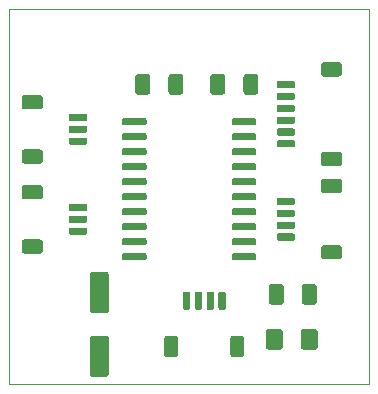
<source format=gbr>
G04 #@! TF.GenerationSoftware,KiCad,Pcbnew,(5.1.5)-3*
G04 #@! TF.CreationDate,2020-04-20T18:44:57+02:00*
G04 #@! TF.ProjectId,RS485-Modbus-Tiny-Sensor-Module,52533438-352d-44d6-9f64-6275732d5469,rev?*
G04 #@! TF.SameCoordinates,Original*
G04 #@! TF.FileFunction,Paste,Top*
G04 #@! TF.FilePolarity,Positive*
%FSLAX46Y46*%
G04 Gerber Fmt 4.6, Leading zero omitted, Abs format (unit mm)*
G04 Created by KiCad (PCBNEW (5.1.5)-3) date 2020-04-20 18:44:57*
%MOMM*%
%LPD*%
G04 APERTURE LIST*
%ADD10C,0.050000*%
%ADD11C,0.100000*%
G04 APERTURE END LIST*
D10*
X213360000Y-115570000D02*
X182880000Y-115570000D01*
X213360000Y-83820000D02*
X213360000Y-115570000D01*
X182880000Y-83820000D02*
X213360000Y-83820000D01*
X182880000Y-115570000D02*
X182880000Y-83820000D01*
D11*
G36*
X185489505Y-95681204D02*
G01*
X185513773Y-95684804D01*
X185537572Y-95690765D01*
X185560671Y-95699030D01*
X185582850Y-95709520D01*
X185603893Y-95722132D01*
X185623599Y-95736747D01*
X185641777Y-95753223D01*
X185658253Y-95771401D01*
X185672868Y-95791107D01*
X185685480Y-95812150D01*
X185695970Y-95834329D01*
X185704235Y-95857428D01*
X185710196Y-95881227D01*
X185713796Y-95905495D01*
X185715000Y-95929999D01*
X185715000Y-96630001D01*
X185713796Y-96654505D01*
X185710196Y-96678773D01*
X185704235Y-96702572D01*
X185695970Y-96725671D01*
X185685480Y-96747850D01*
X185672868Y-96768893D01*
X185658253Y-96788599D01*
X185641777Y-96806777D01*
X185623599Y-96823253D01*
X185603893Y-96837868D01*
X185582850Y-96850480D01*
X185560671Y-96860970D01*
X185537572Y-96869235D01*
X185513773Y-96875196D01*
X185489505Y-96878796D01*
X185465001Y-96880000D01*
X184164999Y-96880000D01*
X184140495Y-96878796D01*
X184116227Y-96875196D01*
X184092428Y-96869235D01*
X184069329Y-96860970D01*
X184047150Y-96850480D01*
X184026107Y-96837868D01*
X184006401Y-96823253D01*
X183988223Y-96806777D01*
X183971747Y-96788599D01*
X183957132Y-96768893D01*
X183944520Y-96747850D01*
X183934030Y-96725671D01*
X183925765Y-96702572D01*
X183919804Y-96678773D01*
X183916204Y-96654505D01*
X183915000Y-96630001D01*
X183915000Y-95929999D01*
X183916204Y-95905495D01*
X183919804Y-95881227D01*
X183925765Y-95857428D01*
X183934030Y-95834329D01*
X183944520Y-95812150D01*
X183957132Y-95791107D01*
X183971747Y-95771401D01*
X183988223Y-95753223D01*
X184006401Y-95736747D01*
X184026107Y-95722132D01*
X184047150Y-95709520D01*
X184069329Y-95699030D01*
X184092428Y-95690765D01*
X184116227Y-95684804D01*
X184140495Y-95681204D01*
X184164999Y-95680000D01*
X185465001Y-95680000D01*
X185489505Y-95681204D01*
G37*
G36*
X185489505Y-91081204D02*
G01*
X185513773Y-91084804D01*
X185537572Y-91090765D01*
X185560671Y-91099030D01*
X185582850Y-91109520D01*
X185603893Y-91122132D01*
X185623599Y-91136747D01*
X185641777Y-91153223D01*
X185658253Y-91171401D01*
X185672868Y-91191107D01*
X185685480Y-91212150D01*
X185695970Y-91234329D01*
X185704235Y-91257428D01*
X185710196Y-91281227D01*
X185713796Y-91305495D01*
X185715000Y-91329999D01*
X185715000Y-92030001D01*
X185713796Y-92054505D01*
X185710196Y-92078773D01*
X185704235Y-92102572D01*
X185695970Y-92125671D01*
X185685480Y-92147850D01*
X185672868Y-92168893D01*
X185658253Y-92188599D01*
X185641777Y-92206777D01*
X185623599Y-92223253D01*
X185603893Y-92237868D01*
X185582850Y-92250480D01*
X185560671Y-92260970D01*
X185537572Y-92269235D01*
X185513773Y-92275196D01*
X185489505Y-92278796D01*
X185465001Y-92280000D01*
X184164999Y-92280000D01*
X184140495Y-92278796D01*
X184116227Y-92275196D01*
X184092428Y-92269235D01*
X184069329Y-92260970D01*
X184047150Y-92250480D01*
X184026107Y-92237868D01*
X184006401Y-92223253D01*
X183988223Y-92206777D01*
X183971747Y-92188599D01*
X183957132Y-92168893D01*
X183944520Y-92147850D01*
X183934030Y-92125671D01*
X183925765Y-92102572D01*
X183919804Y-92078773D01*
X183916204Y-92054505D01*
X183915000Y-92030001D01*
X183915000Y-91329999D01*
X183916204Y-91305495D01*
X183919804Y-91281227D01*
X183925765Y-91257428D01*
X183934030Y-91234329D01*
X183944520Y-91212150D01*
X183957132Y-91191107D01*
X183971747Y-91171401D01*
X183988223Y-91153223D01*
X184006401Y-91136747D01*
X184026107Y-91122132D01*
X184047150Y-91109520D01*
X184069329Y-91099030D01*
X184092428Y-91090765D01*
X184116227Y-91084804D01*
X184140495Y-91081204D01*
X184164999Y-91080000D01*
X185465001Y-91080000D01*
X185489505Y-91081204D01*
G37*
G36*
X189329703Y-94680722D02*
G01*
X189344264Y-94682882D01*
X189358543Y-94686459D01*
X189372403Y-94691418D01*
X189385710Y-94697712D01*
X189398336Y-94705280D01*
X189410159Y-94714048D01*
X189421066Y-94723934D01*
X189430952Y-94734841D01*
X189439720Y-94746664D01*
X189447288Y-94759290D01*
X189453582Y-94772597D01*
X189458541Y-94786457D01*
X189462118Y-94800736D01*
X189464278Y-94815297D01*
X189465000Y-94830000D01*
X189465000Y-95130000D01*
X189464278Y-95144703D01*
X189462118Y-95159264D01*
X189458541Y-95173543D01*
X189453582Y-95187403D01*
X189447288Y-95200710D01*
X189439720Y-95213336D01*
X189430952Y-95225159D01*
X189421066Y-95236066D01*
X189410159Y-95245952D01*
X189398336Y-95254720D01*
X189385710Y-95262288D01*
X189372403Y-95268582D01*
X189358543Y-95273541D01*
X189344264Y-95277118D01*
X189329703Y-95279278D01*
X189315000Y-95280000D01*
X188065000Y-95280000D01*
X188050297Y-95279278D01*
X188035736Y-95277118D01*
X188021457Y-95273541D01*
X188007597Y-95268582D01*
X187994290Y-95262288D01*
X187981664Y-95254720D01*
X187969841Y-95245952D01*
X187958934Y-95236066D01*
X187949048Y-95225159D01*
X187940280Y-95213336D01*
X187932712Y-95200710D01*
X187926418Y-95187403D01*
X187921459Y-95173543D01*
X187917882Y-95159264D01*
X187915722Y-95144703D01*
X187915000Y-95130000D01*
X187915000Y-94830000D01*
X187915722Y-94815297D01*
X187917882Y-94800736D01*
X187921459Y-94786457D01*
X187926418Y-94772597D01*
X187932712Y-94759290D01*
X187940280Y-94746664D01*
X187949048Y-94734841D01*
X187958934Y-94723934D01*
X187969841Y-94714048D01*
X187981664Y-94705280D01*
X187994290Y-94697712D01*
X188007597Y-94691418D01*
X188021457Y-94686459D01*
X188035736Y-94682882D01*
X188050297Y-94680722D01*
X188065000Y-94680000D01*
X189315000Y-94680000D01*
X189329703Y-94680722D01*
G37*
G36*
X189329703Y-93680722D02*
G01*
X189344264Y-93682882D01*
X189358543Y-93686459D01*
X189372403Y-93691418D01*
X189385710Y-93697712D01*
X189398336Y-93705280D01*
X189410159Y-93714048D01*
X189421066Y-93723934D01*
X189430952Y-93734841D01*
X189439720Y-93746664D01*
X189447288Y-93759290D01*
X189453582Y-93772597D01*
X189458541Y-93786457D01*
X189462118Y-93800736D01*
X189464278Y-93815297D01*
X189465000Y-93830000D01*
X189465000Y-94130000D01*
X189464278Y-94144703D01*
X189462118Y-94159264D01*
X189458541Y-94173543D01*
X189453582Y-94187403D01*
X189447288Y-94200710D01*
X189439720Y-94213336D01*
X189430952Y-94225159D01*
X189421066Y-94236066D01*
X189410159Y-94245952D01*
X189398336Y-94254720D01*
X189385710Y-94262288D01*
X189372403Y-94268582D01*
X189358543Y-94273541D01*
X189344264Y-94277118D01*
X189329703Y-94279278D01*
X189315000Y-94280000D01*
X188065000Y-94280000D01*
X188050297Y-94279278D01*
X188035736Y-94277118D01*
X188021457Y-94273541D01*
X188007597Y-94268582D01*
X187994290Y-94262288D01*
X187981664Y-94254720D01*
X187969841Y-94245952D01*
X187958934Y-94236066D01*
X187949048Y-94225159D01*
X187940280Y-94213336D01*
X187932712Y-94200710D01*
X187926418Y-94187403D01*
X187921459Y-94173543D01*
X187917882Y-94159264D01*
X187915722Y-94144703D01*
X187915000Y-94130000D01*
X187915000Y-93830000D01*
X187915722Y-93815297D01*
X187917882Y-93800736D01*
X187921459Y-93786457D01*
X187926418Y-93772597D01*
X187932712Y-93759290D01*
X187940280Y-93746664D01*
X187949048Y-93734841D01*
X187958934Y-93723934D01*
X187969841Y-93714048D01*
X187981664Y-93705280D01*
X187994290Y-93697712D01*
X188007597Y-93691418D01*
X188021457Y-93686459D01*
X188035736Y-93682882D01*
X188050297Y-93680722D01*
X188065000Y-93680000D01*
X189315000Y-93680000D01*
X189329703Y-93680722D01*
G37*
G36*
X189329703Y-92680722D02*
G01*
X189344264Y-92682882D01*
X189358543Y-92686459D01*
X189372403Y-92691418D01*
X189385710Y-92697712D01*
X189398336Y-92705280D01*
X189410159Y-92714048D01*
X189421066Y-92723934D01*
X189430952Y-92734841D01*
X189439720Y-92746664D01*
X189447288Y-92759290D01*
X189453582Y-92772597D01*
X189458541Y-92786457D01*
X189462118Y-92800736D01*
X189464278Y-92815297D01*
X189465000Y-92830000D01*
X189465000Y-93130000D01*
X189464278Y-93144703D01*
X189462118Y-93159264D01*
X189458541Y-93173543D01*
X189453582Y-93187403D01*
X189447288Y-93200710D01*
X189439720Y-93213336D01*
X189430952Y-93225159D01*
X189421066Y-93236066D01*
X189410159Y-93245952D01*
X189398336Y-93254720D01*
X189385710Y-93262288D01*
X189372403Y-93268582D01*
X189358543Y-93273541D01*
X189344264Y-93277118D01*
X189329703Y-93279278D01*
X189315000Y-93280000D01*
X188065000Y-93280000D01*
X188050297Y-93279278D01*
X188035736Y-93277118D01*
X188021457Y-93273541D01*
X188007597Y-93268582D01*
X187994290Y-93262288D01*
X187981664Y-93254720D01*
X187969841Y-93245952D01*
X187958934Y-93236066D01*
X187949048Y-93225159D01*
X187940280Y-93213336D01*
X187932712Y-93200710D01*
X187926418Y-93187403D01*
X187921459Y-93173543D01*
X187917882Y-93159264D01*
X187915722Y-93144703D01*
X187915000Y-93130000D01*
X187915000Y-92830000D01*
X187915722Y-92815297D01*
X187917882Y-92800736D01*
X187921459Y-92786457D01*
X187926418Y-92772597D01*
X187932712Y-92759290D01*
X187940280Y-92746664D01*
X187949048Y-92734841D01*
X187958934Y-92723934D01*
X187969841Y-92714048D01*
X187981664Y-92705280D01*
X187994290Y-92697712D01*
X188007597Y-92691418D01*
X188021457Y-92686459D01*
X188035736Y-92682882D01*
X188050297Y-92680722D01*
X188065000Y-92680000D01*
X189315000Y-92680000D01*
X189329703Y-92680722D01*
G37*
G36*
X202564505Y-111466204D02*
G01*
X202588773Y-111469804D01*
X202612572Y-111475765D01*
X202635671Y-111484030D01*
X202657850Y-111494520D01*
X202678893Y-111507132D01*
X202698599Y-111521747D01*
X202716777Y-111538223D01*
X202733253Y-111556401D01*
X202747868Y-111576107D01*
X202760480Y-111597150D01*
X202770970Y-111619329D01*
X202779235Y-111642428D01*
X202785196Y-111666227D01*
X202788796Y-111690495D01*
X202790000Y-111714999D01*
X202790000Y-113015001D01*
X202788796Y-113039505D01*
X202785196Y-113063773D01*
X202779235Y-113087572D01*
X202770970Y-113110671D01*
X202760480Y-113132850D01*
X202747868Y-113153893D01*
X202733253Y-113173599D01*
X202716777Y-113191777D01*
X202698599Y-113208253D01*
X202678893Y-113222868D01*
X202657850Y-113235480D01*
X202635671Y-113245970D01*
X202612572Y-113254235D01*
X202588773Y-113260196D01*
X202564505Y-113263796D01*
X202540001Y-113265000D01*
X201839999Y-113265000D01*
X201815495Y-113263796D01*
X201791227Y-113260196D01*
X201767428Y-113254235D01*
X201744329Y-113245970D01*
X201722150Y-113235480D01*
X201701107Y-113222868D01*
X201681401Y-113208253D01*
X201663223Y-113191777D01*
X201646747Y-113173599D01*
X201632132Y-113153893D01*
X201619520Y-113132850D01*
X201609030Y-113110671D01*
X201600765Y-113087572D01*
X201594804Y-113063773D01*
X201591204Y-113039505D01*
X201590000Y-113015001D01*
X201590000Y-111714999D01*
X201591204Y-111690495D01*
X201594804Y-111666227D01*
X201600765Y-111642428D01*
X201609030Y-111619329D01*
X201619520Y-111597150D01*
X201632132Y-111576107D01*
X201646747Y-111556401D01*
X201663223Y-111538223D01*
X201681401Y-111521747D01*
X201701107Y-111507132D01*
X201722150Y-111494520D01*
X201744329Y-111484030D01*
X201767428Y-111475765D01*
X201791227Y-111469804D01*
X201815495Y-111466204D01*
X201839999Y-111465000D01*
X202540001Y-111465000D01*
X202564505Y-111466204D01*
G37*
G36*
X196964505Y-111466204D02*
G01*
X196988773Y-111469804D01*
X197012572Y-111475765D01*
X197035671Y-111484030D01*
X197057850Y-111494520D01*
X197078893Y-111507132D01*
X197098599Y-111521747D01*
X197116777Y-111538223D01*
X197133253Y-111556401D01*
X197147868Y-111576107D01*
X197160480Y-111597150D01*
X197170970Y-111619329D01*
X197179235Y-111642428D01*
X197185196Y-111666227D01*
X197188796Y-111690495D01*
X197190000Y-111714999D01*
X197190000Y-113015001D01*
X197188796Y-113039505D01*
X197185196Y-113063773D01*
X197179235Y-113087572D01*
X197170970Y-113110671D01*
X197160480Y-113132850D01*
X197147868Y-113153893D01*
X197133253Y-113173599D01*
X197116777Y-113191777D01*
X197098599Y-113208253D01*
X197078893Y-113222868D01*
X197057850Y-113235480D01*
X197035671Y-113245970D01*
X197012572Y-113254235D01*
X196988773Y-113260196D01*
X196964505Y-113263796D01*
X196940001Y-113265000D01*
X196239999Y-113265000D01*
X196215495Y-113263796D01*
X196191227Y-113260196D01*
X196167428Y-113254235D01*
X196144329Y-113245970D01*
X196122150Y-113235480D01*
X196101107Y-113222868D01*
X196081401Y-113208253D01*
X196063223Y-113191777D01*
X196046747Y-113173599D01*
X196032132Y-113153893D01*
X196019520Y-113132850D01*
X196009030Y-113110671D01*
X196000765Y-113087572D01*
X195994804Y-113063773D01*
X195991204Y-113039505D01*
X195990000Y-113015001D01*
X195990000Y-111714999D01*
X195991204Y-111690495D01*
X195994804Y-111666227D01*
X196000765Y-111642428D01*
X196009030Y-111619329D01*
X196019520Y-111597150D01*
X196032132Y-111576107D01*
X196046747Y-111556401D01*
X196063223Y-111538223D01*
X196081401Y-111521747D01*
X196101107Y-111507132D01*
X196122150Y-111494520D01*
X196144329Y-111484030D01*
X196167428Y-111475765D01*
X196191227Y-111469804D01*
X196215495Y-111466204D01*
X196239999Y-111465000D01*
X196940001Y-111465000D01*
X196964505Y-111466204D01*
G37*
G36*
X201054703Y-107715722D02*
G01*
X201069264Y-107717882D01*
X201083543Y-107721459D01*
X201097403Y-107726418D01*
X201110710Y-107732712D01*
X201123336Y-107740280D01*
X201135159Y-107749048D01*
X201146066Y-107758934D01*
X201155952Y-107769841D01*
X201164720Y-107781664D01*
X201172288Y-107794290D01*
X201178582Y-107807597D01*
X201183541Y-107821457D01*
X201187118Y-107835736D01*
X201189278Y-107850297D01*
X201190000Y-107865000D01*
X201190000Y-109115000D01*
X201189278Y-109129703D01*
X201187118Y-109144264D01*
X201183541Y-109158543D01*
X201178582Y-109172403D01*
X201172288Y-109185710D01*
X201164720Y-109198336D01*
X201155952Y-109210159D01*
X201146066Y-109221066D01*
X201135159Y-109230952D01*
X201123336Y-109239720D01*
X201110710Y-109247288D01*
X201097403Y-109253582D01*
X201083543Y-109258541D01*
X201069264Y-109262118D01*
X201054703Y-109264278D01*
X201040000Y-109265000D01*
X200740000Y-109265000D01*
X200725297Y-109264278D01*
X200710736Y-109262118D01*
X200696457Y-109258541D01*
X200682597Y-109253582D01*
X200669290Y-109247288D01*
X200656664Y-109239720D01*
X200644841Y-109230952D01*
X200633934Y-109221066D01*
X200624048Y-109210159D01*
X200615280Y-109198336D01*
X200607712Y-109185710D01*
X200601418Y-109172403D01*
X200596459Y-109158543D01*
X200592882Y-109144264D01*
X200590722Y-109129703D01*
X200590000Y-109115000D01*
X200590000Y-107865000D01*
X200590722Y-107850297D01*
X200592882Y-107835736D01*
X200596459Y-107821457D01*
X200601418Y-107807597D01*
X200607712Y-107794290D01*
X200615280Y-107781664D01*
X200624048Y-107769841D01*
X200633934Y-107758934D01*
X200644841Y-107749048D01*
X200656664Y-107740280D01*
X200669290Y-107732712D01*
X200682597Y-107726418D01*
X200696457Y-107721459D01*
X200710736Y-107717882D01*
X200725297Y-107715722D01*
X200740000Y-107715000D01*
X201040000Y-107715000D01*
X201054703Y-107715722D01*
G37*
G36*
X200054703Y-107715722D02*
G01*
X200069264Y-107717882D01*
X200083543Y-107721459D01*
X200097403Y-107726418D01*
X200110710Y-107732712D01*
X200123336Y-107740280D01*
X200135159Y-107749048D01*
X200146066Y-107758934D01*
X200155952Y-107769841D01*
X200164720Y-107781664D01*
X200172288Y-107794290D01*
X200178582Y-107807597D01*
X200183541Y-107821457D01*
X200187118Y-107835736D01*
X200189278Y-107850297D01*
X200190000Y-107865000D01*
X200190000Y-109115000D01*
X200189278Y-109129703D01*
X200187118Y-109144264D01*
X200183541Y-109158543D01*
X200178582Y-109172403D01*
X200172288Y-109185710D01*
X200164720Y-109198336D01*
X200155952Y-109210159D01*
X200146066Y-109221066D01*
X200135159Y-109230952D01*
X200123336Y-109239720D01*
X200110710Y-109247288D01*
X200097403Y-109253582D01*
X200083543Y-109258541D01*
X200069264Y-109262118D01*
X200054703Y-109264278D01*
X200040000Y-109265000D01*
X199740000Y-109265000D01*
X199725297Y-109264278D01*
X199710736Y-109262118D01*
X199696457Y-109258541D01*
X199682597Y-109253582D01*
X199669290Y-109247288D01*
X199656664Y-109239720D01*
X199644841Y-109230952D01*
X199633934Y-109221066D01*
X199624048Y-109210159D01*
X199615280Y-109198336D01*
X199607712Y-109185710D01*
X199601418Y-109172403D01*
X199596459Y-109158543D01*
X199592882Y-109144264D01*
X199590722Y-109129703D01*
X199590000Y-109115000D01*
X199590000Y-107865000D01*
X199590722Y-107850297D01*
X199592882Y-107835736D01*
X199596459Y-107821457D01*
X199601418Y-107807597D01*
X199607712Y-107794290D01*
X199615280Y-107781664D01*
X199624048Y-107769841D01*
X199633934Y-107758934D01*
X199644841Y-107749048D01*
X199656664Y-107740280D01*
X199669290Y-107732712D01*
X199682597Y-107726418D01*
X199696457Y-107721459D01*
X199710736Y-107717882D01*
X199725297Y-107715722D01*
X199740000Y-107715000D01*
X200040000Y-107715000D01*
X200054703Y-107715722D01*
G37*
G36*
X199054703Y-107715722D02*
G01*
X199069264Y-107717882D01*
X199083543Y-107721459D01*
X199097403Y-107726418D01*
X199110710Y-107732712D01*
X199123336Y-107740280D01*
X199135159Y-107749048D01*
X199146066Y-107758934D01*
X199155952Y-107769841D01*
X199164720Y-107781664D01*
X199172288Y-107794290D01*
X199178582Y-107807597D01*
X199183541Y-107821457D01*
X199187118Y-107835736D01*
X199189278Y-107850297D01*
X199190000Y-107865000D01*
X199190000Y-109115000D01*
X199189278Y-109129703D01*
X199187118Y-109144264D01*
X199183541Y-109158543D01*
X199178582Y-109172403D01*
X199172288Y-109185710D01*
X199164720Y-109198336D01*
X199155952Y-109210159D01*
X199146066Y-109221066D01*
X199135159Y-109230952D01*
X199123336Y-109239720D01*
X199110710Y-109247288D01*
X199097403Y-109253582D01*
X199083543Y-109258541D01*
X199069264Y-109262118D01*
X199054703Y-109264278D01*
X199040000Y-109265000D01*
X198740000Y-109265000D01*
X198725297Y-109264278D01*
X198710736Y-109262118D01*
X198696457Y-109258541D01*
X198682597Y-109253582D01*
X198669290Y-109247288D01*
X198656664Y-109239720D01*
X198644841Y-109230952D01*
X198633934Y-109221066D01*
X198624048Y-109210159D01*
X198615280Y-109198336D01*
X198607712Y-109185710D01*
X198601418Y-109172403D01*
X198596459Y-109158543D01*
X198592882Y-109144264D01*
X198590722Y-109129703D01*
X198590000Y-109115000D01*
X198590000Y-107865000D01*
X198590722Y-107850297D01*
X198592882Y-107835736D01*
X198596459Y-107821457D01*
X198601418Y-107807597D01*
X198607712Y-107794290D01*
X198615280Y-107781664D01*
X198624048Y-107769841D01*
X198633934Y-107758934D01*
X198644841Y-107749048D01*
X198656664Y-107740280D01*
X198669290Y-107732712D01*
X198682597Y-107726418D01*
X198696457Y-107721459D01*
X198710736Y-107717882D01*
X198725297Y-107715722D01*
X198740000Y-107715000D01*
X199040000Y-107715000D01*
X199054703Y-107715722D01*
G37*
G36*
X198054703Y-107715722D02*
G01*
X198069264Y-107717882D01*
X198083543Y-107721459D01*
X198097403Y-107726418D01*
X198110710Y-107732712D01*
X198123336Y-107740280D01*
X198135159Y-107749048D01*
X198146066Y-107758934D01*
X198155952Y-107769841D01*
X198164720Y-107781664D01*
X198172288Y-107794290D01*
X198178582Y-107807597D01*
X198183541Y-107821457D01*
X198187118Y-107835736D01*
X198189278Y-107850297D01*
X198190000Y-107865000D01*
X198190000Y-109115000D01*
X198189278Y-109129703D01*
X198187118Y-109144264D01*
X198183541Y-109158543D01*
X198178582Y-109172403D01*
X198172288Y-109185710D01*
X198164720Y-109198336D01*
X198155952Y-109210159D01*
X198146066Y-109221066D01*
X198135159Y-109230952D01*
X198123336Y-109239720D01*
X198110710Y-109247288D01*
X198097403Y-109253582D01*
X198083543Y-109258541D01*
X198069264Y-109262118D01*
X198054703Y-109264278D01*
X198040000Y-109265000D01*
X197740000Y-109265000D01*
X197725297Y-109264278D01*
X197710736Y-109262118D01*
X197696457Y-109258541D01*
X197682597Y-109253582D01*
X197669290Y-109247288D01*
X197656664Y-109239720D01*
X197644841Y-109230952D01*
X197633934Y-109221066D01*
X197624048Y-109210159D01*
X197615280Y-109198336D01*
X197607712Y-109185710D01*
X197601418Y-109172403D01*
X197596459Y-109158543D01*
X197592882Y-109144264D01*
X197590722Y-109129703D01*
X197590000Y-109115000D01*
X197590000Y-107865000D01*
X197590722Y-107850297D01*
X197592882Y-107835736D01*
X197596459Y-107821457D01*
X197601418Y-107807597D01*
X197607712Y-107794290D01*
X197615280Y-107781664D01*
X197624048Y-107769841D01*
X197633934Y-107758934D01*
X197644841Y-107749048D01*
X197656664Y-107740280D01*
X197669290Y-107732712D01*
X197682597Y-107726418D01*
X197696457Y-107721459D01*
X197710736Y-107717882D01*
X197725297Y-107715722D01*
X197740000Y-107715000D01*
X198040000Y-107715000D01*
X198054703Y-107715722D01*
G37*
G36*
X194359703Y-93045722D02*
G01*
X194374264Y-93047882D01*
X194388543Y-93051459D01*
X194402403Y-93056418D01*
X194415710Y-93062712D01*
X194428336Y-93070280D01*
X194440159Y-93079048D01*
X194451066Y-93088934D01*
X194460952Y-93099841D01*
X194469720Y-93111664D01*
X194477288Y-93124290D01*
X194483582Y-93137597D01*
X194488541Y-93151457D01*
X194492118Y-93165736D01*
X194494278Y-93180297D01*
X194495000Y-93195000D01*
X194495000Y-93495000D01*
X194494278Y-93509703D01*
X194492118Y-93524264D01*
X194488541Y-93538543D01*
X194483582Y-93552403D01*
X194477288Y-93565710D01*
X194469720Y-93578336D01*
X194460952Y-93590159D01*
X194451066Y-93601066D01*
X194440159Y-93610952D01*
X194428336Y-93619720D01*
X194415710Y-93627288D01*
X194402403Y-93633582D01*
X194388543Y-93638541D01*
X194374264Y-93642118D01*
X194359703Y-93644278D01*
X194345000Y-93645000D01*
X192595000Y-93645000D01*
X192580297Y-93644278D01*
X192565736Y-93642118D01*
X192551457Y-93638541D01*
X192537597Y-93633582D01*
X192524290Y-93627288D01*
X192511664Y-93619720D01*
X192499841Y-93610952D01*
X192488934Y-93601066D01*
X192479048Y-93590159D01*
X192470280Y-93578336D01*
X192462712Y-93565710D01*
X192456418Y-93552403D01*
X192451459Y-93538543D01*
X192447882Y-93524264D01*
X192445722Y-93509703D01*
X192445000Y-93495000D01*
X192445000Y-93195000D01*
X192445722Y-93180297D01*
X192447882Y-93165736D01*
X192451459Y-93151457D01*
X192456418Y-93137597D01*
X192462712Y-93124290D01*
X192470280Y-93111664D01*
X192479048Y-93099841D01*
X192488934Y-93088934D01*
X192499841Y-93079048D01*
X192511664Y-93070280D01*
X192524290Y-93062712D01*
X192537597Y-93056418D01*
X192551457Y-93051459D01*
X192565736Y-93047882D01*
X192580297Y-93045722D01*
X192595000Y-93045000D01*
X194345000Y-93045000D01*
X194359703Y-93045722D01*
G37*
G36*
X194359703Y-94315722D02*
G01*
X194374264Y-94317882D01*
X194388543Y-94321459D01*
X194402403Y-94326418D01*
X194415710Y-94332712D01*
X194428336Y-94340280D01*
X194440159Y-94349048D01*
X194451066Y-94358934D01*
X194460952Y-94369841D01*
X194469720Y-94381664D01*
X194477288Y-94394290D01*
X194483582Y-94407597D01*
X194488541Y-94421457D01*
X194492118Y-94435736D01*
X194494278Y-94450297D01*
X194495000Y-94465000D01*
X194495000Y-94765000D01*
X194494278Y-94779703D01*
X194492118Y-94794264D01*
X194488541Y-94808543D01*
X194483582Y-94822403D01*
X194477288Y-94835710D01*
X194469720Y-94848336D01*
X194460952Y-94860159D01*
X194451066Y-94871066D01*
X194440159Y-94880952D01*
X194428336Y-94889720D01*
X194415710Y-94897288D01*
X194402403Y-94903582D01*
X194388543Y-94908541D01*
X194374264Y-94912118D01*
X194359703Y-94914278D01*
X194345000Y-94915000D01*
X192595000Y-94915000D01*
X192580297Y-94914278D01*
X192565736Y-94912118D01*
X192551457Y-94908541D01*
X192537597Y-94903582D01*
X192524290Y-94897288D01*
X192511664Y-94889720D01*
X192499841Y-94880952D01*
X192488934Y-94871066D01*
X192479048Y-94860159D01*
X192470280Y-94848336D01*
X192462712Y-94835710D01*
X192456418Y-94822403D01*
X192451459Y-94808543D01*
X192447882Y-94794264D01*
X192445722Y-94779703D01*
X192445000Y-94765000D01*
X192445000Y-94465000D01*
X192445722Y-94450297D01*
X192447882Y-94435736D01*
X192451459Y-94421457D01*
X192456418Y-94407597D01*
X192462712Y-94394290D01*
X192470280Y-94381664D01*
X192479048Y-94369841D01*
X192488934Y-94358934D01*
X192499841Y-94349048D01*
X192511664Y-94340280D01*
X192524290Y-94332712D01*
X192537597Y-94326418D01*
X192551457Y-94321459D01*
X192565736Y-94317882D01*
X192580297Y-94315722D01*
X192595000Y-94315000D01*
X194345000Y-94315000D01*
X194359703Y-94315722D01*
G37*
G36*
X194359703Y-95585722D02*
G01*
X194374264Y-95587882D01*
X194388543Y-95591459D01*
X194402403Y-95596418D01*
X194415710Y-95602712D01*
X194428336Y-95610280D01*
X194440159Y-95619048D01*
X194451066Y-95628934D01*
X194460952Y-95639841D01*
X194469720Y-95651664D01*
X194477288Y-95664290D01*
X194483582Y-95677597D01*
X194488541Y-95691457D01*
X194492118Y-95705736D01*
X194494278Y-95720297D01*
X194495000Y-95735000D01*
X194495000Y-96035000D01*
X194494278Y-96049703D01*
X194492118Y-96064264D01*
X194488541Y-96078543D01*
X194483582Y-96092403D01*
X194477288Y-96105710D01*
X194469720Y-96118336D01*
X194460952Y-96130159D01*
X194451066Y-96141066D01*
X194440159Y-96150952D01*
X194428336Y-96159720D01*
X194415710Y-96167288D01*
X194402403Y-96173582D01*
X194388543Y-96178541D01*
X194374264Y-96182118D01*
X194359703Y-96184278D01*
X194345000Y-96185000D01*
X192595000Y-96185000D01*
X192580297Y-96184278D01*
X192565736Y-96182118D01*
X192551457Y-96178541D01*
X192537597Y-96173582D01*
X192524290Y-96167288D01*
X192511664Y-96159720D01*
X192499841Y-96150952D01*
X192488934Y-96141066D01*
X192479048Y-96130159D01*
X192470280Y-96118336D01*
X192462712Y-96105710D01*
X192456418Y-96092403D01*
X192451459Y-96078543D01*
X192447882Y-96064264D01*
X192445722Y-96049703D01*
X192445000Y-96035000D01*
X192445000Y-95735000D01*
X192445722Y-95720297D01*
X192447882Y-95705736D01*
X192451459Y-95691457D01*
X192456418Y-95677597D01*
X192462712Y-95664290D01*
X192470280Y-95651664D01*
X192479048Y-95639841D01*
X192488934Y-95628934D01*
X192499841Y-95619048D01*
X192511664Y-95610280D01*
X192524290Y-95602712D01*
X192537597Y-95596418D01*
X192551457Y-95591459D01*
X192565736Y-95587882D01*
X192580297Y-95585722D01*
X192595000Y-95585000D01*
X194345000Y-95585000D01*
X194359703Y-95585722D01*
G37*
G36*
X194359703Y-96855722D02*
G01*
X194374264Y-96857882D01*
X194388543Y-96861459D01*
X194402403Y-96866418D01*
X194415710Y-96872712D01*
X194428336Y-96880280D01*
X194440159Y-96889048D01*
X194451066Y-96898934D01*
X194460952Y-96909841D01*
X194469720Y-96921664D01*
X194477288Y-96934290D01*
X194483582Y-96947597D01*
X194488541Y-96961457D01*
X194492118Y-96975736D01*
X194494278Y-96990297D01*
X194495000Y-97005000D01*
X194495000Y-97305000D01*
X194494278Y-97319703D01*
X194492118Y-97334264D01*
X194488541Y-97348543D01*
X194483582Y-97362403D01*
X194477288Y-97375710D01*
X194469720Y-97388336D01*
X194460952Y-97400159D01*
X194451066Y-97411066D01*
X194440159Y-97420952D01*
X194428336Y-97429720D01*
X194415710Y-97437288D01*
X194402403Y-97443582D01*
X194388543Y-97448541D01*
X194374264Y-97452118D01*
X194359703Y-97454278D01*
X194345000Y-97455000D01*
X192595000Y-97455000D01*
X192580297Y-97454278D01*
X192565736Y-97452118D01*
X192551457Y-97448541D01*
X192537597Y-97443582D01*
X192524290Y-97437288D01*
X192511664Y-97429720D01*
X192499841Y-97420952D01*
X192488934Y-97411066D01*
X192479048Y-97400159D01*
X192470280Y-97388336D01*
X192462712Y-97375710D01*
X192456418Y-97362403D01*
X192451459Y-97348543D01*
X192447882Y-97334264D01*
X192445722Y-97319703D01*
X192445000Y-97305000D01*
X192445000Y-97005000D01*
X192445722Y-96990297D01*
X192447882Y-96975736D01*
X192451459Y-96961457D01*
X192456418Y-96947597D01*
X192462712Y-96934290D01*
X192470280Y-96921664D01*
X192479048Y-96909841D01*
X192488934Y-96898934D01*
X192499841Y-96889048D01*
X192511664Y-96880280D01*
X192524290Y-96872712D01*
X192537597Y-96866418D01*
X192551457Y-96861459D01*
X192565736Y-96857882D01*
X192580297Y-96855722D01*
X192595000Y-96855000D01*
X194345000Y-96855000D01*
X194359703Y-96855722D01*
G37*
G36*
X194359703Y-98125722D02*
G01*
X194374264Y-98127882D01*
X194388543Y-98131459D01*
X194402403Y-98136418D01*
X194415710Y-98142712D01*
X194428336Y-98150280D01*
X194440159Y-98159048D01*
X194451066Y-98168934D01*
X194460952Y-98179841D01*
X194469720Y-98191664D01*
X194477288Y-98204290D01*
X194483582Y-98217597D01*
X194488541Y-98231457D01*
X194492118Y-98245736D01*
X194494278Y-98260297D01*
X194495000Y-98275000D01*
X194495000Y-98575000D01*
X194494278Y-98589703D01*
X194492118Y-98604264D01*
X194488541Y-98618543D01*
X194483582Y-98632403D01*
X194477288Y-98645710D01*
X194469720Y-98658336D01*
X194460952Y-98670159D01*
X194451066Y-98681066D01*
X194440159Y-98690952D01*
X194428336Y-98699720D01*
X194415710Y-98707288D01*
X194402403Y-98713582D01*
X194388543Y-98718541D01*
X194374264Y-98722118D01*
X194359703Y-98724278D01*
X194345000Y-98725000D01*
X192595000Y-98725000D01*
X192580297Y-98724278D01*
X192565736Y-98722118D01*
X192551457Y-98718541D01*
X192537597Y-98713582D01*
X192524290Y-98707288D01*
X192511664Y-98699720D01*
X192499841Y-98690952D01*
X192488934Y-98681066D01*
X192479048Y-98670159D01*
X192470280Y-98658336D01*
X192462712Y-98645710D01*
X192456418Y-98632403D01*
X192451459Y-98618543D01*
X192447882Y-98604264D01*
X192445722Y-98589703D01*
X192445000Y-98575000D01*
X192445000Y-98275000D01*
X192445722Y-98260297D01*
X192447882Y-98245736D01*
X192451459Y-98231457D01*
X192456418Y-98217597D01*
X192462712Y-98204290D01*
X192470280Y-98191664D01*
X192479048Y-98179841D01*
X192488934Y-98168934D01*
X192499841Y-98159048D01*
X192511664Y-98150280D01*
X192524290Y-98142712D01*
X192537597Y-98136418D01*
X192551457Y-98131459D01*
X192565736Y-98127882D01*
X192580297Y-98125722D01*
X192595000Y-98125000D01*
X194345000Y-98125000D01*
X194359703Y-98125722D01*
G37*
G36*
X194359703Y-99395722D02*
G01*
X194374264Y-99397882D01*
X194388543Y-99401459D01*
X194402403Y-99406418D01*
X194415710Y-99412712D01*
X194428336Y-99420280D01*
X194440159Y-99429048D01*
X194451066Y-99438934D01*
X194460952Y-99449841D01*
X194469720Y-99461664D01*
X194477288Y-99474290D01*
X194483582Y-99487597D01*
X194488541Y-99501457D01*
X194492118Y-99515736D01*
X194494278Y-99530297D01*
X194495000Y-99545000D01*
X194495000Y-99845000D01*
X194494278Y-99859703D01*
X194492118Y-99874264D01*
X194488541Y-99888543D01*
X194483582Y-99902403D01*
X194477288Y-99915710D01*
X194469720Y-99928336D01*
X194460952Y-99940159D01*
X194451066Y-99951066D01*
X194440159Y-99960952D01*
X194428336Y-99969720D01*
X194415710Y-99977288D01*
X194402403Y-99983582D01*
X194388543Y-99988541D01*
X194374264Y-99992118D01*
X194359703Y-99994278D01*
X194345000Y-99995000D01*
X192595000Y-99995000D01*
X192580297Y-99994278D01*
X192565736Y-99992118D01*
X192551457Y-99988541D01*
X192537597Y-99983582D01*
X192524290Y-99977288D01*
X192511664Y-99969720D01*
X192499841Y-99960952D01*
X192488934Y-99951066D01*
X192479048Y-99940159D01*
X192470280Y-99928336D01*
X192462712Y-99915710D01*
X192456418Y-99902403D01*
X192451459Y-99888543D01*
X192447882Y-99874264D01*
X192445722Y-99859703D01*
X192445000Y-99845000D01*
X192445000Y-99545000D01*
X192445722Y-99530297D01*
X192447882Y-99515736D01*
X192451459Y-99501457D01*
X192456418Y-99487597D01*
X192462712Y-99474290D01*
X192470280Y-99461664D01*
X192479048Y-99449841D01*
X192488934Y-99438934D01*
X192499841Y-99429048D01*
X192511664Y-99420280D01*
X192524290Y-99412712D01*
X192537597Y-99406418D01*
X192551457Y-99401459D01*
X192565736Y-99397882D01*
X192580297Y-99395722D01*
X192595000Y-99395000D01*
X194345000Y-99395000D01*
X194359703Y-99395722D01*
G37*
G36*
X194359703Y-100665722D02*
G01*
X194374264Y-100667882D01*
X194388543Y-100671459D01*
X194402403Y-100676418D01*
X194415710Y-100682712D01*
X194428336Y-100690280D01*
X194440159Y-100699048D01*
X194451066Y-100708934D01*
X194460952Y-100719841D01*
X194469720Y-100731664D01*
X194477288Y-100744290D01*
X194483582Y-100757597D01*
X194488541Y-100771457D01*
X194492118Y-100785736D01*
X194494278Y-100800297D01*
X194495000Y-100815000D01*
X194495000Y-101115000D01*
X194494278Y-101129703D01*
X194492118Y-101144264D01*
X194488541Y-101158543D01*
X194483582Y-101172403D01*
X194477288Y-101185710D01*
X194469720Y-101198336D01*
X194460952Y-101210159D01*
X194451066Y-101221066D01*
X194440159Y-101230952D01*
X194428336Y-101239720D01*
X194415710Y-101247288D01*
X194402403Y-101253582D01*
X194388543Y-101258541D01*
X194374264Y-101262118D01*
X194359703Y-101264278D01*
X194345000Y-101265000D01*
X192595000Y-101265000D01*
X192580297Y-101264278D01*
X192565736Y-101262118D01*
X192551457Y-101258541D01*
X192537597Y-101253582D01*
X192524290Y-101247288D01*
X192511664Y-101239720D01*
X192499841Y-101230952D01*
X192488934Y-101221066D01*
X192479048Y-101210159D01*
X192470280Y-101198336D01*
X192462712Y-101185710D01*
X192456418Y-101172403D01*
X192451459Y-101158543D01*
X192447882Y-101144264D01*
X192445722Y-101129703D01*
X192445000Y-101115000D01*
X192445000Y-100815000D01*
X192445722Y-100800297D01*
X192447882Y-100785736D01*
X192451459Y-100771457D01*
X192456418Y-100757597D01*
X192462712Y-100744290D01*
X192470280Y-100731664D01*
X192479048Y-100719841D01*
X192488934Y-100708934D01*
X192499841Y-100699048D01*
X192511664Y-100690280D01*
X192524290Y-100682712D01*
X192537597Y-100676418D01*
X192551457Y-100671459D01*
X192565736Y-100667882D01*
X192580297Y-100665722D01*
X192595000Y-100665000D01*
X194345000Y-100665000D01*
X194359703Y-100665722D01*
G37*
G36*
X194359703Y-101935722D02*
G01*
X194374264Y-101937882D01*
X194388543Y-101941459D01*
X194402403Y-101946418D01*
X194415710Y-101952712D01*
X194428336Y-101960280D01*
X194440159Y-101969048D01*
X194451066Y-101978934D01*
X194460952Y-101989841D01*
X194469720Y-102001664D01*
X194477288Y-102014290D01*
X194483582Y-102027597D01*
X194488541Y-102041457D01*
X194492118Y-102055736D01*
X194494278Y-102070297D01*
X194495000Y-102085000D01*
X194495000Y-102385000D01*
X194494278Y-102399703D01*
X194492118Y-102414264D01*
X194488541Y-102428543D01*
X194483582Y-102442403D01*
X194477288Y-102455710D01*
X194469720Y-102468336D01*
X194460952Y-102480159D01*
X194451066Y-102491066D01*
X194440159Y-102500952D01*
X194428336Y-102509720D01*
X194415710Y-102517288D01*
X194402403Y-102523582D01*
X194388543Y-102528541D01*
X194374264Y-102532118D01*
X194359703Y-102534278D01*
X194345000Y-102535000D01*
X192595000Y-102535000D01*
X192580297Y-102534278D01*
X192565736Y-102532118D01*
X192551457Y-102528541D01*
X192537597Y-102523582D01*
X192524290Y-102517288D01*
X192511664Y-102509720D01*
X192499841Y-102500952D01*
X192488934Y-102491066D01*
X192479048Y-102480159D01*
X192470280Y-102468336D01*
X192462712Y-102455710D01*
X192456418Y-102442403D01*
X192451459Y-102428543D01*
X192447882Y-102414264D01*
X192445722Y-102399703D01*
X192445000Y-102385000D01*
X192445000Y-102085000D01*
X192445722Y-102070297D01*
X192447882Y-102055736D01*
X192451459Y-102041457D01*
X192456418Y-102027597D01*
X192462712Y-102014290D01*
X192470280Y-102001664D01*
X192479048Y-101989841D01*
X192488934Y-101978934D01*
X192499841Y-101969048D01*
X192511664Y-101960280D01*
X192524290Y-101952712D01*
X192537597Y-101946418D01*
X192551457Y-101941459D01*
X192565736Y-101937882D01*
X192580297Y-101935722D01*
X192595000Y-101935000D01*
X194345000Y-101935000D01*
X194359703Y-101935722D01*
G37*
G36*
X194359703Y-103205722D02*
G01*
X194374264Y-103207882D01*
X194388543Y-103211459D01*
X194402403Y-103216418D01*
X194415710Y-103222712D01*
X194428336Y-103230280D01*
X194440159Y-103239048D01*
X194451066Y-103248934D01*
X194460952Y-103259841D01*
X194469720Y-103271664D01*
X194477288Y-103284290D01*
X194483582Y-103297597D01*
X194488541Y-103311457D01*
X194492118Y-103325736D01*
X194494278Y-103340297D01*
X194495000Y-103355000D01*
X194495000Y-103655000D01*
X194494278Y-103669703D01*
X194492118Y-103684264D01*
X194488541Y-103698543D01*
X194483582Y-103712403D01*
X194477288Y-103725710D01*
X194469720Y-103738336D01*
X194460952Y-103750159D01*
X194451066Y-103761066D01*
X194440159Y-103770952D01*
X194428336Y-103779720D01*
X194415710Y-103787288D01*
X194402403Y-103793582D01*
X194388543Y-103798541D01*
X194374264Y-103802118D01*
X194359703Y-103804278D01*
X194345000Y-103805000D01*
X192595000Y-103805000D01*
X192580297Y-103804278D01*
X192565736Y-103802118D01*
X192551457Y-103798541D01*
X192537597Y-103793582D01*
X192524290Y-103787288D01*
X192511664Y-103779720D01*
X192499841Y-103770952D01*
X192488934Y-103761066D01*
X192479048Y-103750159D01*
X192470280Y-103738336D01*
X192462712Y-103725710D01*
X192456418Y-103712403D01*
X192451459Y-103698543D01*
X192447882Y-103684264D01*
X192445722Y-103669703D01*
X192445000Y-103655000D01*
X192445000Y-103355000D01*
X192445722Y-103340297D01*
X192447882Y-103325736D01*
X192451459Y-103311457D01*
X192456418Y-103297597D01*
X192462712Y-103284290D01*
X192470280Y-103271664D01*
X192479048Y-103259841D01*
X192488934Y-103248934D01*
X192499841Y-103239048D01*
X192511664Y-103230280D01*
X192524290Y-103222712D01*
X192537597Y-103216418D01*
X192551457Y-103211459D01*
X192565736Y-103207882D01*
X192580297Y-103205722D01*
X192595000Y-103205000D01*
X194345000Y-103205000D01*
X194359703Y-103205722D01*
G37*
G36*
X194359703Y-104475722D02*
G01*
X194374264Y-104477882D01*
X194388543Y-104481459D01*
X194402403Y-104486418D01*
X194415710Y-104492712D01*
X194428336Y-104500280D01*
X194440159Y-104509048D01*
X194451066Y-104518934D01*
X194460952Y-104529841D01*
X194469720Y-104541664D01*
X194477288Y-104554290D01*
X194483582Y-104567597D01*
X194488541Y-104581457D01*
X194492118Y-104595736D01*
X194494278Y-104610297D01*
X194495000Y-104625000D01*
X194495000Y-104925000D01*
X194494278Y-104939703D01*
X194492118Y-104954264D01*
X194488541Y-104968543D01*
X194483582Y-104982403D01*
X194477288Y-104995710D01*
X194469720Y-105008336D01*
X194460952Y-105020159D01*
X194451066Y-105031066D01*
X194440159Y-105040952D01*
X194428336Y-105049720D01*
X194415710Y-105057288D01*
X194402403Y-105063582D01*
X194388543Y-105068541D01*
X194374264Y-105072118D01*
X194359703Y-105074278D01*
X194345000Y-105075000D01*
X192595000Y-105075000D01*
X192580297Y-105074278D01*
X192565736Y-105072118D01*
X192551457Y-105068541D01*
X192537597Y-105063582D01*
X192524290Y-105057288D01*
X192511664Y-105049720D01*
X192499841Y-105040952D01*
X192488934Y-105031066D01*
X192479048Y-105020159D01*
X192470280Y-105008336D01*
X192462712Y-104995710D01*
X192456418Y-104982403D01*
X192451459Y-104968543D01*
X192447882Y-104954264D01*
X192445722Y-104939703D01*
X192445000Y-104925000D01*
X192445000Y-104625000D01*
X192445722Y-104610297D01*
X192447882Y-104595736D01*
X192451459Y-104581457D01*
X192456418Y-104567597D01*
X192462712Y-104554290D01*
X192470280Y-104541664D01*
X192479048Y-104529841D01*
X192488934Y-104518934D01*
X192499841Y-104509048D01*
X192511664Y-104500280D01*
X192524290Y-104492712D01*
X192537597Y-104486418D01*
X192551457Y-104481459D01*
X192565736Y-104477882D01*
X192580297Y-104475722D01*
X192595000Y-104475000D01*
X194345000Y-104475000D01*
X194359703Y-104475722D01*
G37*
G36*
X203659703Y-104475722D02*
G01*
X203674264Y-104477882D01*
X203688543Y-104481459D01*
X203702403Y-104486418D01*
X203715710Y-104492712D01*
X203728336Y-104500280D01*
X203740159Y-104509048D01*
X203751066Y-104518934D01*
X203760952Y-104529841D01*
X203769720Y-104541664D01*
X203777288Y-104554290D01*
X203783582Y-104567597D01*
X203788541Y-104581457D01*
X203792118Y-104595736D01*
X203794278Y-104610297D01*
X203795000Y-104625000D01*
X203795000Y-104925000D01*
X203794278Y-104939703D01*
X203792118Y-104954264D01*
X203788541Y-104968543D01*
X203783582Y-104982403D01*
X203777288Y-104995710D01*
X203769720Y-105008336D01*
X203760952Y-105020159D01*
X203751066Y-105031066D01*
X203740159Y-105040952D01*
X203728336Y-105049720D01*
X203715710Y-105057288D01*
X203702403Y-105063582D01*
X203688543Y-105068541D01*
X203674264Y-105072118D01*
X203659703Y-105074278D01*
X203645000Y-105075000D01*
X201895000Y-105075000D01*
X201880297Y-105074278D01*
X201865736Y-105072118D01*
X201851457Y-105068541D01*
X201837597Y-105063582D01*
X201824290Y-105057288D01*
X201811664Y-105049720D01*
X201799841Y-105040952D01*
X201788934Y-105031066D01*
X201779048Y-105020159D01*
X201770280Y-105008336D01*
X201762712Y-104995710D01*
X201756418Y-104982403D01*
X201751459Y-104968543D01*
X201747882Y-104954264D01*
X201745722Y-104939703D01*
X201745000Y-104925000D01*
X201745000Y-104625000D01*
X201745722Y-104610297D01*
X201747882Y-104595736D01*
X201751459Y-104581457D01*
X201756418Y-104567597D01*
X201762712Y-104554290D01*
X201770280Y-104541664D01*
X201779048Y-104529841D01*
X201788934Y-104518934D01*
X201799841Y-104509048D01*
X201811664Y-104500280D01*
X201824290Y-104492712D01*
X201837597Y-104486418D01*
X201851457Y-104481459D01*
X201865736Y-104477882D01*
X201880297Y-104475722D01*
X201895000Y-104475000D01*
X203645000Y-104475000D01*
X203659703Y-104475722D01*
G37*
G36*
X203659703Y-103205722D02*
G01*
X203674264Y-103207882D01*
X203688543Y-103211459D01*
X203702403Y-103216418D01*
X203715710Y-103222712D01*
X203728336Y-103230280D01*
X203740159Y-103239048D01*
X203751066Y-103248934D01*
X203760952Y-103259841D01*
X203769720Y-103271664D01*
X203777288Y-103284290D01*
X203783582Y-103297597D01*
X203788541Y-103311457D01*
X203792118Y-103325736D01*
X203794278Y-103340297D01*
X203795000Y-103355000D01*
X203795000Y-103655000D01*
X203794278Y-103669703D01*
X203792118Y-103684264D01*
X203788541Y-103698543D01*
X203783582Y-103712403D01*
X203777288Y-103725710D01*
X203769720Y-103738336D01*
X203760952Y-103750159D01*
X203751066Y-103761066D01*
X203740159Y-103770952D01*
X203728336Y-103779720D01*
X203715710Y-103787288D01*
X203702403Y-103793582D01*
X203688543Y-103798541D01*
X203674264Y-103802118D01*
X203659703Y-103804278D01*
X203645000Y-103805000D01*
X201895000Y-103805000D01*
X201880297Y-103804278D01*
X201865736Y-103802118D01*
X201851457Y-103798541D01*
X201837597Y-103793582D01*
X201824290Y-103787288D01*
X201811664Y-103779720D01*
X201799841Y-103770952D01*
X201788934Y-103761066D01*
X201779048Y-103750159D01*
X201770280Y-103738336D01*
X201762712Y-103725710D01*
X201756418Y-103712403D01*
X201751459Y-103698543D01*
X201747882Y-103684264D01*
X201745722Y-103669703D01*
X201745000Y-103655000D01*
X201745000Y-103355000D01*
X201745722Y-103340297D01*
X201747882Y-103325736D01*
X201751459Y-103311457D01*
X201756418Y-103297597D01*
X201762712Y-103284290D01*
X201770280Y-103271664D01*
X201779048Y-103259841D01*
X201788934Y-103248934D01*
X201799841Y-103239048D01*
X201811664Y-103230280D01*
X201824290Y-103222712D01*
X201837597Y-103216418D01*
X201851457Y-103211459D01*
X201865736Y-103207882D01*
X201880297Y-103205722D01*
X201895000Y-103205000D01*
X203645000Y-103205000D01*
X203659703Y-103205722D01*
G37*
G36*
X203659703Y-101935722D02*
G01*
X203674264Y-101937882D01*
X203688543Y-101941459D01*
X203702403Y-101946418D01*
X203715710Y-101952712D01*
X203728336Y-101960280D01*
X203740159Y-101969048D01*
X203751066Y-101978934D01*
X203760952Y-101989841D01*
X203769720Y-102001664D01*
X203777288Y-102014290D01*
X203783582Y-102027597D01*
X203788541Y-102041457D01*
X203792118Y-102055736D01*
X203794278Y-102070297D01*
X203795000Y-102085000D01*
X203795000Y-102385000D01*
X203794278Y-102399703D01*
X203792118Y-102414264D01*
X203788541Y-102428543D01*
X203783582Y-102442403D01*
X203777288Y-102455710D01*
X203769720Y-102468336D01*
X203760952Y-102480159D01*
X203751066Y-102491066D01*
X203740159Y-102500952D01*
X203728336Y-102509720D01*
X203715710Y-102517288D01*
X203702403Y-102523582D01*
X203688543Y-102528541D01*
X203674264Y-102532118D01*
X203659703Y-102534278D01*
X203645000Y-102535000D01*
X201895000Y-102535000D01*
X201880297Y-102534278D01*
X201865736Y-102532118D01*
X201851457Y-102528541D01*
X201837597Y-102523582D01*
X201824290Y-102517288D01*
X201811664Y-102509720D01*
X201799841Y-102500952D01*
X201788934Y-102491066D01*
X201779048Y-102480159D01*
X201770280Y-102468336D01*
X201762712Y-102455710D01*
X201756418Y-102442403D01*
X201751459Y-102428543D01*
X201747882Y-102414264D01*
X201745722Y-102399703D01*
X201745000Y-102385000D01*
X201745000Y-102085000D01*
X201745722Y-102070297D01*
X201747882Y-102055736D01*
X201751459Y-102041457D01*
X201756418Y-102027597D01*
X201762712Y-102014290D01*
X201770280Y-102001664D01*
X201779048Y-101989841D01*
X201788934Y-101978934D01*
X201799841Y-101969048D01*
X201811664Y-101960280D01*
X201824290Y-101952712D01*
X201837597Y-101946418D01*
X201851457Y-101941459D01*
X201865736Y-101937882D01*
X201880297Y-101935722D01*
X201895000Y-101935000D01*
X203645000Y-101935000D01*
X203659703Y-101935722D01*
G37*
G36*
X203659703Y-100665722D02*
G01*
X203674264Y-100667882D01*
X203688543Y-100671459D01*
X203702403Y-100676418D01*
X203715710Y-100682712D01*
X203728336Y-100690280D01*
X203740159Y-100699048D01*
X203751066Y-100708934D01*
X203760952Y-100719841D01*
X203769720Y-100731664D01*
X203777288Y-100744290D01*
X203783582Y-100757597D01*
X203788541Y-100771457D01*
X203792118Y-100785736D01*
X203794278Y-100800297D01*
X203795000Y-100815000D01*
X203795000Y-101115000D01*
X203794278Y-101129703D01*
X203792118Y-101144264D01*
X203788541Y-101158543D01*
X203783582Y-101172403D01*
X203777288Y-101185710D01*
X203769720Y-101198336D01*
X203760952Y-101210159D01*
X203751066Y-101221066D01*
X203740159Y-101230952D01*
X203728336Y-101239720D01*
X203715710Y-101247288D01*
X203702403Y-101253582D01*
X203688543Y-101258541D01*
X203674264Y-101262118D01*
X203659703Y-101264278D01*
X203645000Y-101265000D01*
X201895000Y-101265000D01*
X201880297Y-101264278D01*
X201865736Y-101262118D01*
X201851457Y-101258541D01*
X201837597Y-101253582D01*
X201824290Y-101247288D01*
X201811664Y-101239720D01*
X201799841Y-101230952D01*
X201788934Y-101221066D01*
X201779048Y-101210159D01*
X201770280Y-101198336D01*
X201762712Y-101185710D01*
X201756418Y-101172403D01*
X201751459Y-101158543D01*
X201747882Y-101144264D01*
X201745722Y-101129703D01*
X201745000Y-101115000D01*
X201745000Y-100815000D01*
X201745722Y-100800297D01*
X201747882Y-100785736D01*
X201751459Y-100771457D01*
X201756418Y-100757597D01*
X201762712Y-100744290D01*
X201770280Y-100731664D01*
X201779048Y-100719841D01*
X201788934Y-100708934D01*
X201799841Y-100699048D01*
X201811664Y-100690280D01*
X201824290Y-100682712D01*
X201837597Y-100676418D01*
X201851457Y-100671459D01*
X201865736Y-100667882D01*
X201880297Y-100665722D01*
X201895000Y-100665000D01*
X203645000Y-100665000D01*
X203659703Y-100665722D01*
G37*
G36*
X203659703Y-99395722D02*
G01*
X203674264Y-99397882D01*
X203688543Y-99401459D01*
X203702403Y-99406418D01*
X203715710Y-99412712D01*
X203728336Y-99420280D01*
X203740159Y-99429048D01*
X203751066Y-99438934D01*
X203760952Y-99449841D01*
X203769720Y-99461664D01*
X203777288Y-99474290D01*
X203783582Y-99487597D01*
X203788541Y-99501457D01*
X203792118Y-99515736D01*
X203794278Y-99530297D01*
X203795000Y-99545000D01*
X203795000Y-99845000D01*
X203794278Y-99859703D01*
X203792118Y-99874264D01*
X203788541Y-99888543D01*
X203783582Y-99902403D01*
X203777288Y-99915710D01*
X203769720Y-99928336D01*
X203760952Y-99940159D01*
X203751066Y-99951066D01*
X203740159Y-99960952D01*
X203728336Y-99969720D01*
X203715710Y-99977288D01*
X203702403Y-99983582D01*
X203688543Y-99988541D01*
X203674264Y-99992118D01*
X203659703Y-99994278D01*
X203645000Y-99995000D01*
X201895000Y-99995000D01*
X201880297Y-99994278D01*
X201865736Y-99992118D01*
X201851457Y-99988541D01*
X201837597Y-99983582D01*
X201824290Y-99977288D01*
X201811664Y-99969720D01*
X201799841Y-99960952D01*
X201788934Y-99951066D01*
X201779048Y-99940159D01*
X201770280Y-99928336D01*
X201762712Y-99915710D01*
X201756418Y-99902403D01*
X201751459Y-99888543D01*
X201747882Y-99874264D01*
X201745722Y-99859703D01*
X201745000Y-99845000D01*
X201745000Y-99545000D01*
X201745722Y-99530297D01*
X201747882Y-99515736D01*
X201751459Y-99501457D01*
X201756418Y-99487597D01*
X201762712Y-99474290D01*
X201770280Y-99461664D01*
X201779048Y-99449841D01*
X201788934Y-99438934D01*
X201799841Y-99429048D01*
X201811664Y-99420280D01*
X201824290Y-99412712D01*
X201837597Y-99406418D01*
X201851457Y-99401459D01*
X201865736Y-99397882D01*
X201880297Y-99395722D01*
X201895000Y-99395000D01*
X203645000Y-99395000D01*
X203659703Y-99395722D01*
G37*
G36*
X203659703Y-98125722D02*
G01*
X203674264Y-98127882D01*
X203688543Y-98131459D01*
X203702403Y-98136418D01*
X203715710Y-98142712D01*
X203728336Y-98150280D01*
X203740159Y-98159048D01*
X203751066Y-98168934D01*
X203760952Y-98179841D01*
X203769720Y-98191664D01*
X203777288Y-98204290D01*
X203783582Y-98217597D01*
X203788541Y-98231457D01*
X203792118Y-98245736D01*
X203794278Y-98260297D01*
X203795000Y-98275000D01*
X203795000Y-98575000D01*
X203794278Y-98589703D01*
X203792118Y-98604264D01*
X203788541Y-98618543D01*
X203783582Y-98632403D01*
X203777288Y-98645710D01*
X203769720Y-98658336D01*
X203760952Y-98670159D01*
X203751066Y-98681066D01*
X203740159Y-98690952D01*
X203728336Y-98699720D01*
X203715710Y-98707288D01*
X203702403Y-98713582D01*
X203688543Y-98718541D01*
X203674264Y-98722118D01*
X203659703Y-98724278D01*
X203645000Y-98725000D01*
X201895000Y-98725000D01*
X201880297Y-98724278D01*
X201865736Y-98722118D01*
X201851457Y-98718541D01*
X201837597Y-98713582D01*
X201824290Y-98707288D01*
X201811664Y-98699720D01*
X201799841Y-98690952D01*
X201788934Y-98681066D01*
X201779048Y-98670159D01*
X201770280Y-98658336D01*
X201762712Y-98645710D01*
X201756418Y-98632403D01*
X201751459Y-98618543D01*
X201747882Y-98604264D01*
X201745722Y-98589703D01*
X201745000Y-98575000D01*
X201745000Y-98275000D01*
X201745722Y-98260297D01*
X201747882Y-98245736D01*
X201751459Y-98231457D01*
X201756418Y-98217597D01*
X201762712Y-98204290D01*
X201770280Y-98191664D01*
X201779048Y-98179841D01*
X201788934Y-98168934D01*
X201799841Y-98159048D01*
X201811664Y-98150280D01*
X201824290Y-98142712D01*
X201837597Y-98136418D01*
X201851457Y-98131459D01*
X201865736Y-98127882D01*
X201880297Y-98125722D01*
X201895000Y-98125000D01*
X203645000Y-98125000D01*
X203659703Y-98125722D01*
G37*
G36*
X203659703Y-96855722D02*
G01*
X203674264Y-96857882D01*
X203688543Y-96861459D01*
X203702403Y-96866418D01*
X203715710Y-96872712D01*
X203728336Y-96880280D01*
X203740159Y-96889048D01*
X203751066Y-96898934D01*
X203760952Y-96909841D01*
X203769720Y-96921664D01*
X203777288Y-96934290D01*
X203783582Y-96947597D01*
X203788541Y-96961457D01*
X203792118Y-96975736D01*
X203794278Y-96990297D01*
X203795000Y-97005000D01*
X203795000Y-97305000D01*
X203794278Y-97319703D01*
X203792118Y-97334264D01*
X203788541Y-97348543D01*
X203783582Y-97362403D01*
X203777288Y-97375710D01*
X203769720Y-97388336D01*
X203760952Y-97400159D01*
X203751066Y-97411066D01*
X203740159Y-97420952D01*
X203728336Y-97429720D01*
X203715710Y-97437288D01*
X203702403Y-97443582D01*
X203688543Y-97448541D01*
X203674264Y-97452118D01*
X203659703Y-97454278D01*
X203645000Y-97455000D01*
X201895000Y-97455000D01*
X201880297Y-97454278D01*
X201865736Y-97452118D01*
X201851457Y-97448541D01*
X201837597Y-97443582D01*
X201824290Y-97437288D01*
X201811664Y-97429720D01*
X201799841Y-97420952D01*
X201788934Y-97411066D01*
X201779048Y-97400159D01*
X201770280Y-97388336D01*
X201762712Y-97375710D01*
X201756418Y-97362403D01*
X201751459Y-97348543D01*
X201747882Y-97334264D01*
X201745722Y-97319703D01*
X201745000Y-97305000D01*
X201745000Y-97005000D01*
X201745722Y-96990297D01*
X201747882Y-96975736D01*
X201751459Y-96961457D01*
X201756418Y-96947597D01*
X201762712Y-96934290D01*
X201770280Y-96921664D01*
X201779048Y-96909841D01*
X201788934Y-96898934D01*
X201799841Y-96889048D01*
X201811664Y-96880280D01*
X201824290Y-96872712D01*
X201837597Y-96866418D01*
X201851457Y-96861459D01*
X201865736Y-96857882D01*
X201880297Y-96855722D01*
X201895000Y-96855000D01*
X203645000Y-96855000D01*
X203659703Y-96855722D01*
G37*
G36*
X203659703Y-95585722D02*
G01*
X203674264Y-95587882D01*
X203688543Y-95591459D01*
X203702403Y-95596418D01*
X203715710Y-95602712D01*
X203728336Y-95610280D01*
X203740159Y-95619048D01*
X203751066Y-95628934D01*
X203760952Y-95639841D01*
X203769720Y-95651664D01*
X203777288Y-95664290D01*
X203783582Y-95677597D01*
X203788541Y-95691457D01*
X203792118Y-95705736D01*
X203794278Y-95720297D01*
X203795000Y-95735000D01*
X203795000Y-96035000D01*
X203794278Y-96049703D01*
X203792118Y-96064264D01*
X203788541Y-96078543D01*
X203783582Y-96092403D01*
X203777288Y-96105710D01*
X203769720Y-96118336D01*
X203760952Y-96130159D01*
X203751066Y-96141066D01*
X203740159Y-96150952D01*
X203728336Y-96159720D01*
X203715710Y-96167288D01*
X203702403Y-96173582D01*
X203688543Y-96178541D01*
X203674264Y-96182118D01*
X203659703Y-96184278D01*
X203645000Y-96185000D01*
X201895000Y-96185000D01*
X201880297Y-96184278D01*
X201865736Y-96182118D01*
X201851457Y-96178541D01*
X201837597Y-96173582D01*
X201824290Y-96167288D01*
X201811664Y-96159720D01*
X201799841Y-96150952D01*
X201788934Y-96141066D01*
X201779048Y-96130159D01*
X201770280Y-96118336D01*
X201762712Y-96105710D01*
X201756418Y-96092403D01*
X201751459Y-96078543D01*
X201747882Y-96064264D01*
X201745722Y-96049703D01*
X201745000Y-96035000D01*
X201745000Y-95735000D01*
X201745722Y-95720297D01*
X201747882Y-95705736D01*
X201751459Y-95691457D01*
X201756418Y-95677597D01*
X201762712Y-95664290D01*
X201770280Y-95651664D01*
X201779048Y-95639841D01*
X201788934Y-95628934D01*
X201799841Y-95619048D01*
X201811664Y-95610280D01*
X201824290Y-95602712D01*
X201837597Y-95596418D01*
X201851457Y-95591459D01*
X201865736Y-95587882D01*
X201880297Y-95585722D01*
X201895000Y-95585000D01*
X203645000Y-95585000D01*
X203659703Y-95585722D01*
G37*
G36*
X203659703Y-94315722D02*
G01*
X203674264Y-94317882D01*
X203688543Y-94321459D01*
X203702403Y-94326418D01*
X203715710Y-94332712D01*
X203728336Y-94340280D01*
X203740159Y-94349048D01*
X203751066Y-94358934D01*
X203760952Y-94369841D01*
X203769720Y-94381664D01*
X203777288Y-94394290D01*
X203783582Y-94407597D01*
X203788541Y-94421457D01*
X203792118Y-94435736D01*
X203794278Y-94450297D01*
X203795000Y-94465000D01*
X203795000Y-94765000D01*
X203794278Y-94779703D01*
X203792118Y-94794264D01*
X203788541Y-94808543D01*
X203783582Y-94822403D01*
X203777288Y-94835710D01*
X203769720Y-94848336D01*
X203760952Y-94860159D01*
X203751066Y-94871066D01*
X203740159Y-94880952D01*
X203728336Y-94889720D01*
X203715710Y-94897288D01*
X203702403Y-94903582D01*
X203688543Y-94908541D01*
X203674264Y-94912118D01*
X203659703Y-94914278D01*
X203645000Y-94915000D01*
X201895000Y-94915000D01*
X201880297Y-94914278D01*
X201865736Y-94912118D01*
X201851457Y-94908541D01*
X201837597Y-94903582D01*
X201824290Y-94897288D01*
X201811664Y-94889720D01*
X201799841Y-94880952D01*
X201788934Y-94871066D01*
X201779048Y-94860159D01*
X201770280Y-94848336D01*
X201762712Y-94835710D01*
X201756418Y-94822403D01*
X201751459Y-94808543D01*
X201747882Y-94794264D01*
X201745722Y-94779703D01*
X201745000Y-94765000D01*
X201745000Y-94465000D01*
X201745722Y-94450297D01*
X201747882Y-94435736D01*
X201751459Y-94421457D01*
X201756418Y-94407597D01*
X201762712Y-94394290D01*
X201770280Y-94381664D01*
X201779048Y-94369841D01*
X201788934Y-94358934D01*
X201799841Y-94349048D01*
X201811664Y-94340280D01*
X201824290Y-94332712D01*
X201837597Y-94326418D01*
X201851457Y-94321459D01*
X201865736Y-94317882D01*
X201880297Y-94315722D01*
X201895000Y-94315000D01*
X203645000Y-94315000D01*
X203659703Y-94315722D01*
G37*
G36*
X203659703Y-93045722D02*
G01*
X203674264Y-93047882D01*
X203688543Y-93051459D01*
X203702403Y-93056418D01*
X203715710Y-93062712D01*
X203728336Y-93070280D01*
X203740159Y-93079048D01*
X203751066Y-93088934D01*
X203760952Y-93099841D01*
X203769720Y-93111664D01*
X203777288Y-93124290D01*
X203783582Y-93137597D01*
X203788541Y-93151457D01*
X203792118Y-93165736D01*
X203794278Y-93180297D01*
X203795000Y-93195000D01*
X203795000Y-93495000D01*
X203794278Y-93509703D01*
X203792118Y-93524264D01*
X203788541Y-93538543D01*
X203783582Y-93552403D01*
X203777288Y-93565710D01*
X203769720Y-93578336D01*
X203760952Y-93590159D01*
X203751066Y-93601066D01*
X203740159Y-93610952D01*
X203728336Y-93619720D01*
X203715710Y-93627288D01*
X203702403Y-93633582D01*
X203688543Y-93638541D01*
X203674264Y-93642118D01*
X203659703Y-93644278D01*
X203645000Y-93645000D01*
X201895000Y-93645000D01*
X201880297Y-93644278D01*
X201865736Y-93642118D01*
X201851457Y-93638541D01*
X201837597Y-93633582D01*
X201824290Y-93627288D01*
X201811664Y-93619720D01*
X201799841Y-93610952D01*
X201788934Y-93601066D01*
X201779048Y-93590159D01*
X201770280Y-93578336D01*
X201762712Y-93565710D01*
X201756418Y-93552403D01*
X201751459Y-93538543D01*
X201747882Y-93524264D01*
X201745722Y-93509703D01*
X201745000Y-93495000D01*
X201745000Y-93195000D01*
X201745722Y-93180297D01*
X201747882Y-93165736D01*
X201751459Y-93151457D01*
X201756418Y-93137597D01*
X201762712Y-93124290D01*
X201770280Y-93111664D01*
X201779048Y-93099841D01*
X201788934Y-93088934D01*
X201799841Y-93079048D01*
X201811664Y-93070280D01*
X201824290Y-93062712D01*
X201837597Y-93056418D01*
X201851457Y-93051459D01*
X201865736Y-93047882D01*
X201880297Y-93045722D01*
X201895000Y-93045000D01*
X203645000Y-93045000D01*
X203659703Y-93045722D01*
G37*
G36*
X210829505Y-88311204D02*
G01*
X210853773Y-88314804D01*
X210877572Y-88320765D01*
X210900671Y-88329030D01*
X210922850Y-88339520D01*
X210943893Y-88352132D01*
X210963599Y-88366747D01*
X210981777Y-88383223D01*
X210998253Y-88401401D01*
X211012868Y-88421107D01*
X211025480Y-88442150D01*
X211035970Y-88464329D01*
X211044235Y-88487428D01*
X211050196Y-88511227D01*
X211053796Y-88535495D01*
X211055000Y-88559999D01*
X211055000Y-89260001D01*
X211053796Y-89284505D01*
X211050196Y-89308773D01*
X211044235Y-89332572D01*
X211035970Y-89355671D01*
X211025480Y-89377850D01*
X211012868Y-89398893D01*
X210998253Y-89418599D01*
X210981777Y-89436777D01*
X210963599Y-89453253D01*
X210943893Y-89467868D01*
X210922850Y-89480480D01*
X210900671Y-89490970D01*
X210877572Y-89499235D01*
X210853773Y-89505196D01*
X210829505Y-89508796D01*
X210805001Y-89510000D01*
X209504999Y-89510000D01*
X209480495Y-89508796D01*
X209456227Y-89505196D01*
X209432428Y-89499235D01*
X209409329Y-89490970D01*
X209387150Y-89480480D01*
X209366107Y-89467868D01*
X209346401Y-89453253D01*
X209328223Y-89436777D01*
X209311747Y-89418599D01*
X209297132Y-89398893D01*
X209284520Y-89377850D01*
X209274030Y-89355671D01*
X209265765Y-89332572D01*
X209259804Y-89308773D01*
X209256204Y-89284505D01*
X209255000Y-89260001D01*
X209255000Y-88559999D01*
X209256204Y-88535495D01*
X209259804Y-88511227D01*
X209265765Y-88487428D01*
X209274030Y-88464329D01*
X209284520Y-88442150D01*
X209297132Y-88421107D01*
X209311747Y-88401401D01*
X209328223Y-88383223D01*
X209346401Y-88366747D01*
X209366107Y-88352132D01*
X209387150Y-88339520D01*
X209409329Y-88329030D01*
X209432428Y-88320765D01*
X209456227Y-88314804D01*
X209480495Y-88311204D01*
X209504999Y-88310000D01*
X210805001Y-88310000D01*
X210829505Y-88311204D01*
G37*
G36*
X210829505Y-95911204D02*
G01*
X210853773Y-95914804D01*
X210877572Y-95920765D01*
X210900671Y-95929030D01*
X210922850Y-95939520D01*
X210943893Y-95952132D01*
X210963599Y-95966747D01*
X210981777Y-95983223D01*
X210998253Y-96001401D01*
X211012868Y-96021107D01*
X211025480Y-96042150D01*
X211035970Y-96064329D01*
X211044235Y-96087428D01*
X211050196Y-96111227D01*
X211053796Y-96135495D01*
X211055000Y-96159999D01*
X211055000Y-96860001D01*
X211053796Y-96884505D01*
X211050196Y-96908773D01*
X211044235Y-96932572D01*
X211035970Y-96955671D01*
X211025480Y-96977850D01*
X211012868Y-96998893D01*
X210998253Y-97018599D01*
X210981777Y-97036777D01*
X210963599Y-97053253D01*
X210943893Y-97067868D01*
X210922850Y-97080480D01*
X210900671Y-97090970D01*
X210877572Y-97099235D01*
X210853773Y-97105196D01*
X210829505Y-97108796D01*
X210805001Y-97110000D01*
X209504999Y-97110000D01*
X209480495Y-97108796D01*
X209456227Y-97105196D01*
X209432428Y-97099235D01*
X209409329Y-97090970D01*
X209387150Y-97080480D01*
X209366107Y-97067868D01*
X209346401Y-97053253D01*
X209328223Y-97036777D01*
X209311747Y-97018599D01*
X209297132Y-96998893D01*
X209284520Y-96977850D01*
X209274030Y-96955671D01*
X209265765Y-96932572D01*
X209259804Y-96908773D01*
X209256204Y-96884505D01*
X209255000Y-96860001D01*
X209255000Y-96159999D01*
X209256204Y-96135495D01*
X209259804Y-96111227D01*
X209265765Y-96087428D01*
X209274030Y-96064329D01*
X209284520Y-96042150D01*
X209297132Y-96021107D01*
X209311747Y-96001401D01*
X209328223Y-95983223D01*
X209346401Y-95966747D01*
X209366107Y-95952132D01*
X209387150Y-95939520D01*
X209409329Y-95929030D01*
X209432428Y-95920765D01*
X209456227Y-95914804D01*
X209480495Y-95911204D01*
X209504999Y-95910000D01*
X210805001Y-95910000D01*
X210829505Y-95911204D01*
G37*
G36*
X206919703Y-89910722D02*
G01*
X206934264Y-89912882D01*
X206948543Y-89916459D01*
X206962403Y-89921418D01*
X206975710Y-89927712D01*
X206988336Y-89935280D01*
X207000159Y-89944048D01*
X207011066Y-89953934D01*
X207020952Y-89964841D01*
X207029720Y-89976664D01*
X207037288Y-89989290D01*
X207043582Y-90002597D01*
X207048541Y-90016457D01*
X207052118Y-90030736D01*
X207054278Y-90045297D01*
X207055000Y-90060000D01*
X207055000Y-90360000D01*
X207054278Y-90374703D01*
X207052118Y-90389264D01*
X207048541Y-90403543D01*
X207043582Y-90417403D01*
X207037288Y-90430710D01*
X207029720Y-90443336D01*
X207020952Y-90455159D01*
X207011066Y-90466066D01*
X207000159Y-90475952D01*
X206988336Y-90484720D01*
X206975710Y-90492288D01*
X206962403Y-90498582D01*
X206948543Y-90503541D01*
X206934264Y-90507118D01*
X206919703Y-90509278D01*
X206905000Y-90510000D01*
X205655000Y-90510000D01*
X205640297Y-90509278D01*
X205625736Y-90507118D01*
X205611457Y-90503541D01*
X205597597Y-90498582D01*
X205584290Y-90492288D01*
X205571664Y-90484720D01*
X205559841Y-90475952D01*
X205548934Y-90466066D01*
X205539048Y-90455159D01*
X205530280Y-90443336D01*
X205522712Y-90430710D01*
X205516418Y-90417403D01*
X205511459Y-90403543D01*
X205507882Y-90389264D01*
X205505722Y-90374703D01*
X205505000Y-90360000D01*
X205505000Y-90060000D01*
X205505722Y-90045297D01*
X205507882Y-90030736D01*
X205511459Y-90016457D01*
X205516418Y-90002597D01*
X205522712Y-89989290D01*
X205530280Y-89976664D01*
X205539048Y-89964841D01*
X205548934Y-89953934D01*
X205559841Y-89944048D01*
X205571664Y-89935280D01*
X205584290Y-89927712D01*
X205597597Y-89921418D01*
X205611457Y-89916459D01*
X205625736Y-89912882D01*
X205640297Y-89910722D01*
X205655000Y-89910000D01*
X206905000Y-89910000D01*
X206919703Y-89910722D01*
G37*
G36*
X206919703Y-90910722D02*
G01*
X206934264Y-90912882D01*
X206948543Y-90916459D01*
X206962403Y-90921418D01*
X206975710Y-90927712D01*
X206988336Y-90935280D01*
X207000159Y-90944048D01*
X207011066Y-90953934D01*
X207020952Y-90964841D01*
X207029720Y-90976664D01*
X207037288Y-90989290D01*
X207043582Y-91002597D01*
X207048541Y-91016457D01*
X207052118Y-91030736D01*
X207054278Y-91045297D01*
X207055000Y-91060000D01*
X207055000Y-91360000D01*
X207054278Y-91374703D01*
X207052118Y-91389264D01*
X207048541Y-91403543D01*
X207043582Y-91417403D01*
X207037288Y-91430710D01*
X207029720Y-91443336D01*
X207020952Y-91455159D01*
X207011066Y-91466066D01*
X207000159Y-91475952D01*
X206988336Y-91484720D01*
X206975710Y-91492288D01*
X206962403Y-91498582D01*
X206948543Y-91503541D01*
X206934264Y-91507118D01*
X206919703Y-91509278D01*
X206905000Y-91510000D01*
X205655000Y-91510000D01*
X205640297Y-91509278D01*
X205625736Y-91507118D01*
X205611457Y-91503541D01*
X205597597Y-91498582D01*
X205584290Y-91492288D01*
X205571664Y-91484720D01*
X205559841Y-91475952D01*
X205548934Y-91466066D01*
X205539048Y-91455159D01*
X205530280Y-91443336D01*
X205522712Y-91430710D01*
X205516418Y-91417403D01*
X205511459Y-91403543D01*
X205507882Y-91389264D01*
X205505722Y-91374703D01*
X205505000Y-91360000D01*
X205505000Y-91060000D01*
X205505722Y-91045297D01*
X205507882Y-91030736D01*
X205511459Y-91016457D01*
X205516418Y-91002597D01*
X205522712Y-90989290D01*
X205530280Y-90976664D01*
X205539048Y-90964841D01*
X205548934Y-90953934D01*
X205559841Y-90944048D01*
X205571664Y-90935280D01*
X205584290Y-90927712D01*
X205597597Y-90921418D01*
X205611457Y-90916459D01*
X205625736Y-90912882D01*
X205640297Y-90910722D01*
X205655000Y-90910000D01*
X206905000Y-90910000D01*
X206919703Y-90910722D01*
G37*
G36*
X206919703Y-91910722D02*
G01*
X206934264Y-91912882D01*
X206948543Y-91916459D01*
X206962403Y-91921418D01*
X206975710Y-91927712D01*
X206988336Y-91935280D01*
X207000159Y-91944048D01*
X207011066Y-91953934D01*
X207020952Y-91964841D01*
X207029720Y-91976664D01*
X207037288Y-91989290D01*
X207043582Y-92002597D01*
X207048541Y-92016457D01*
X207052118Y-92030736D01*
X207054278Y-92045297D01*
X207055000Y-92060000D01*
X207055000Y-92360000D01*
X207054278Y-92374703D01*
X207052118Y-92389264D01*
X207048541Y-92403543D01*
X207043582Y-92417403D01*
X207037288Y-92430710D01*
X207029720Y-92443336D01*
X207020952Y-92455159D01*
X207011066Y-92466066D01*
X207000159Y-92475952D01*
X206988336Y-92484720D01*
X206975710Y-92492288D01*
X206962403Y-92498582D01*
X206948543Y-92503541D01*
X206934264Y-92507118D01*
X206919703Y-92509278D01*
X206905000Y-92510000D01*
X205655000Y-92510000D01*
X205640297Y-92509278D01*
X205625736Y-92507118D01*
X205611457Y-92503541D01*
X205597597Y-92498582D01*
X205584290Y-92492288D01*
X205571664Y-92484720D01*
X205559841Y-92475952D01*
X205548934Y-92466066D01*
X205539048Y-92455159D01*
X205530280Y-92443336D01*
X205522712Y-92430710D01*
X205516418Y-92417403D01*
X205511459Y-92403543D01*
X205507882Y-92389264D01*
X205505722Y-92374703D01*
X205505000Y-92360000D01*
X205505000Y-92060000D01*
X205505722Y-92045297D01*
X205507882Y-92030736D01*
X205511459Y-92016457D01*
X205516418Y-92002597D01*
X205522712Y-91989290D01*
X205530280Y-91976664D01*
X205539048Y-91964841D01*
X205548934Y-91953934D01*
X205559841Y-91944048D01*
X205571664Y-91935280D01*
X205584290Y-91927712D01*
X205597597Y-91921418D01*
X205611457Y-91916459D01*
X205625736Y-91912882D01*
X205640297Y-91910722D01*
X205655000Y-91910000D01*
X206905000Y-91910000D01*
X206919703Y-91910722D01*
G37*
G36*
X206919703Y-92910722D02*
G01*
X206934264Y-92912882D01*
X206948543Y-92916459D01*
X206962403Y-92921418D01*
X206975710Y-92927712D01*
X206988336Y-92935280D01*
X207000159Y-92944048D01*
X207011066Y-92953934D01*
X207020952Y-92964841D01*
X207029720Y-92976664D01*
X207037288Y-92989290D01*
X207043582Y-93002597D01*
X207048541Y-93016457D01*
X207052118Y-93030736D01*
X207054278Y-93045297D01*
X207055000Y-93060000D01*
X207055000Y-93360000D01*
X207054278Y-93374703D01*
X207052118Y-93389264D01*
X207048541Y-93403543D01*
X207043582Y-93417403D01*
X207037288Y-93430710D01*
X207029720Y-93443336D01*
X207020952Y-93455159D01*
X207011066Y-93466066D01*
X207000159Y-93475952D01*
X206988336Y-93484720D01*
X206975710Y-93492288D01*
X206962403Y-93498582D01*
X206948543Y-93503541D01*
X206934264Y-93507118D01*
X206919703Y-93509278D01*
X206905000Y-93510000D01*
X205655000Y-93510000D01*
X205640297Y-93509278D01*
X205625736Y-93507118D01*
X205611457Y-93503541D01*
X205597597Y-93498582D01*
X205584290Y-93492288D01*
X205571664Y-93484720D01*
X205559841Y-93475952D01*
X205548934Y-93466066D01*
X205539048Y-93455159D01*
X205530280Y-93443336D01*
X205522712Y-93430710D01*
X205516418Y-93417403D01*
X205511459Y-93403543D01*
X205507882Y-93389264D01*
X205505722Y-93374703D01*
X205505000Y-93360000D01*
X205505000Y-93060000D01*
X205505722Y-93045297D01*
X205507882Y-93030736D01*
X205511459Y-93016457D01*
X205516418Y-93002597D01*
X205522712Y-92989290D01*
X205530280Y-92976664D01*
X205539048Y-92964841D01*
X205548934Y-92953934D01*
X205559841Y-92944048D01*
X205571664Y-92935280D01*
X205584290Y-92927712D01*
X205597597Y-92921418D01*
X205611457Y-92916459D01*
X205625736Y-92912882D01*
X205640297Y-92910722D01*
X205655000Y-92910000D01*
X206905000Y-92910000D01*
X206919703Y-92910722D01*
G37*
G36*
X206919703Y-93910722D02*
G01*
X206934264Y-93912882D01*
X206948543Y-93916459D01*
X206962403Y-93921418D01*
X206975710Y-93927712D01*
X206988336Y-93935280D01*
X207000159Y-93944048D01*
X207011066Y-93953934D01*
X207020952Y-93964841D01*
X207029720Y-93976664D01*
X207037288Y-93989290D01*
X207043582Y-94002597D01*
X207048541Y-94016457D01*
X207052118Y-94030736D01*
X207054278Y-94045297D01*
X207055000Y-94060000D01*
X207055000Y-94360000D01*
X207054278Y-94374703D01*
X207052118Y-94389264D01*
X207048541Y-94403543D01*
X207043582Y-94417403D01*
X207037288Y-94430710D01*
X207029720Y-94443336D01*
X207020952Y-94455159D01*
X207011066Y-94466066D01*
X207000159Y-94475952D01*
X206988336Y-94484720D01*
X206975710Y-94492288D01*
X206962403Y-94498582D01*
X206948543Y-94503541D01*
X206934264Y-94507118D01*
X206919703Y-94509278D01*
X206905000Y-94510000D01*
X205655000Y-94510000D01*
X205640297Y-94509278D01*
X205625736Y-94507118D01*
X205611457Y-94503541D01*
X205597597Y-94498582D01*
X205584290Y-94492288D01*
X205571664Y-94484720D01*
X205559841Y-94475952D01*
X205548934Y-94466066D01*
X205539048Y-94455159D01*
X205530280Y-94443336D01*
X205522712Y-94430710D01*
X205516418Y-94417403D01*
X205511459Y-94403543D01*
X205507882Y-94389264D01*
X205505722Y-94374703D01*
X205505000Y-94360000D01*
X205505000Y-94060000D01*
X205505722Y-94045297D01*
X205507882Y-94030736D01*
X205511459Y-94016457D01*
X205516418Y-94002597D01*
X205522712Y-93989290D01*
X205530280Y-93976664D01*
X205539048Y-93964841D01*
X205548934Y-93953934D01*
X205559841Y-93944048D01*
X205571664Y-93935280D01*
X205584290Y-93927712D01*
X205597597Y-93921418D01*
X205611457Y-93916459D01*
X205625736Y-93912882D01*
X205640297Y-93910722D01*
X205655000Y-93910000D01*
X206905000Y-93910000D01*
X206919703Y-93910722D01*
G37*
G36*
X206919703Y-94910722D02*
G01*
X206934264Y-94912882D01*
X206948543Y-94916459D01*
X206962403Y-94921418D01*
X206975710Y-94927712D01*
X206988336Y-94935280D01*
X207000159Y-94944048D01*
X207011066Y-94953934D01*
X207020952Y-94964841D01*
X207029720Y-94976664D01*
X207037288Y-94989290D01*
X207043582Y-95002597D01*
X207048541Y-95016457D01*
X207052118Y-95030736D01*
X207054278Y-95045297D01*
X207055000Y-95060000D01*
X207055000Y-95360000D01*
X207054278Y-95374703D01*
X207052118Y-95389264D01*
X207048541Y-95403543D01*
X207043582Y-95417403D01*
X207037288Y-95430710D01*
X207029720Y-95443336D01*
X207020952Y-95455159D01*
X207011066Y-95466066D01*
X207000159Y-95475952D01*
X206988336Y-95484720D01*
X206975710Y-95492288D01*
X206962403Y-95498582D01*
X206948543Y-95503541D01*
X206934264Y-95507118D01*
X206919703Y-95509278D01*
X206905000Y-95510000D01*
X205655000Y-95510000D01*
X205640297Y-95509278D01*
X205625736Y-95507118D01*
X205611457Y-95503541D01*
X205597597Y-95498582D01*
X205584290Y-95492288D01*
X205571664Y-95484720D01*
X205559841Y-95475952D01*
X205548934Y-95466066D01*
X205539048Y-95455159D01*
X205530280Y-95443336D01*
X205522712Y-95430710D01*
X205516418Y-95417403D01*
X205511459Y-95403543D01*
X205507882Y-95389264D01*
X205505722Y-95374703D01*
X205505000Y-95360000D01*
X205505000Y-95060000D01*
X205505722Y-95045297D01*
X205507882Y-95030736D01*
X205511459Y-95016457D01*
X205516418Y-95002597D01*
X205522712Y-94989290D01*
X205530280Y-94976664D01*
X205539048Y-94964841D01*
X205548934Y-94953934D01*
X205559841Y-94944048D01*
X205571664Y-94935280D01*
X205584290Y-94927712D01*
X205597597Y-94921418D01*
X205611457Y-94916459D01*
X205625736Y-94912882D01*
X205640297Y-94910722D01*
X205655000Y-94910000D01*
X206905000Y-94910000D01*
X206919703Y-94910722D01*
G37*
G36*
X210829505Y-98201204D02*
G01*
X210853773Y-98204804D01*
X210877572Y-98210765D01*
X210900671Y-98219030D01*
X210922850Y-98229520D01*
X210943893Y-98242132D01*
X210963599Y-98256747D01*
X210981777Y-98273223D01*
X210998253Y-98291401D01*
X211012868Y-98311107D01*
X211025480Y-98332150D01*
X211035970Y-98354329D01*
X211044235Y-98377428D01*
X211050196Y-98401227D01*
X211053796Y-98425495D01*
X211055000Y-98449999D01*
X211055000Y-99150001D01*
X211053796Y-99174505D01*
X211050196Y-99198773D01*
X211044235Y-99222572D01*
X211035970Y-99245671D01*
X211025480Y-99267850D01*
X211012868Y-99288893D01*
X210998253Y-99308599D01*
X210981777Y-99326777D01*
X210963599Y-99343253D01*
X210943893Y-99357868D01*
X210922850Y-99370480D01*
X210900671Y-99380970D01*
X210877572Y-99389235D01*
X210853773Y-99395196D01*
X210829505Y-99398796D01*
X210805001Y-99400000D01*
X209504999Y-99400000D01*
X209480495Y-99398796D01*
X209456227Y-99395196D01*
X209432428Y-99389235D01*
X209409329Y-99380970D01*
X209387150Y-99370480D01*
X209366107Y-99357868D01*
X209346401Y-99343253D01*
X209328223Y-99326777D01*
X209311747Y-99308599D01*
X209297132Y-99288893D01*
X209284520Y-99267850D01*
X209274030Y-99245671D01*
X209265765Y-99222572D01*
X209259804Y-99198773D01*
X209256204Y-99174505D01*
X209255000Y-99150001D01*
X209255000Y-98449999D01*
X209256204Y-98425495D01*
X209259804Y-98401227D01*
X209265765Y-98377428D01*
X209274030Y-98354329D01*
X209284520Y-98332150D01*
X209297132Y-98311107D01*
X209311747Y-98291401D01*
X209328223Y-98273223D01*
X209346401Y-98256747D01*
X209366107Y-98242132D01*
X209387150Y-98229520D01*
X209409329Y-98219030D01*
X209432428Y-98210765D01*
X209456227Y-98204804D01*
X209480495Y-98201204D01*
X209504999Y-98200000D01*
X210805001Y-98200000D01*
X210829505Y-98201204D01*
G37*
G36*
X210829505Y-103801204D02*
G01*
X210853773Y-103804804D01*
X210877572Y-103810765D01*
X210900671Y-103819030D01*
X210922850Y-103829520D01*
X210943893Y-103842132D01*
X210963599Y-103856747D01*
X210981777Y-103873223D01*
X210998253Y-103891401D01*
X211012868Y-103911107D01*
X211025480Y-103932150D01*
X211035970Y-103954329D01*
X211044235Y-103977428D01*
X211050196Y-104001227D01*
X211053796Y-104025495D01*
X211055000Y-104049999D01*
X211055000Y-104750001D01*
X211053796Y-104774505D01*
X211050196Y-104798773D01*
X211044235Y-104822572D01*
X211035970Y-104845671D01*
X211025480Y-104867850D01*
X211012868Y-104888893D01*
X210998253Y-104908599D01*
X210981777Y-104926777D01*
X210963599Y-104943253D01*
X210943893Y-104957868D01*
X210922850Y-104970480D01*
X210900671Y-104980970D01*
X210877572Y-104989235D01*
X210853773Y-104995196D01*
X210829505Y-104998796D01*
X210805001Y-105000000D01*
X209504999Y-105000000D01*
X209480495Y-104998796D01*
X209456227Y-104995196D01*
X209432428Y-104989235D01*
X209409329Y-104980970D01*
X209387150Y-104970480D01*
X209366107Y-104957868D01*
X209346401Y-104943253D01*
X209328223Y-104926777D01*
X209311747Y-104908599D01*
X209297132Y-104888893D01*
X209284520Y-104867850D01*
X209274030Y-104845671D01*
X209265765Y-104822572D01*
X209259804Y-104798773D01*
X209256204Y-104774505D01*
X209255000Y-104750001D01*
X209255000Y-104049999D01*
X209256204Y-104025495D01*
X209259804Y-104001227D01*
X209265765Y-103977428D01*
X209274030Y-103954329D01*
X209284520Y-103932150D01*
X209297132Y-103911107D01*
X209311747Y-103891401D01*
X209328223Y-103873223D01*
X209346401Y-103856747D01*
X209366107Y-103842132D01*
X209387150Y-103829520D01*
X209409329Y-103819030D01*
X209432428Y-103810765D01*
X209456227Y-103804804D01*
X209480495Y-103801204D01*
X209504999Y-103800000D01*
X210805001Y-103800000D01*
X210829505Y-103801204D01*
G37*
G36*
X206919703Y-99800722D02*
G01*
X206934264Y-99802882D01*
X206948543Y-99806459D01*
X206962403Y-99811418D01*
X206975710Y-99817712D01*
X206988336Y-99825280D01*
X207000159Y-99834048D01*
X207011066Y-99843934D01*
X207020952Y-99854841D01*
X207029720Y-99866664D01*
X207037288Y-99879290D01*
X207043582Y-99892597D01*
X207048541Y-99906457D01*
X207052118Y-99920736D01*
X207054278Y-99935297D01*
X207055000Y-99950000D01*
X207055000Y-100250000D01*
X207054278Y-100264703D01*
X207052118Y-100279264D01*
X207048541Y-100293543D01*
X207043582Y-100307403D01*
X207037288Y-100320710D01*
X207029720Y-100333336D01*
X207020952Y-100345159D01*
X207011066Y-100356066D01*
X207000159Y-100365952D01*
X206988336Y-100374720D01*
X206975710Y-100382288D01*
X206962403Y-100388582D01*
X206948543Y-100393541D01*
X206934264Y-100397118D01*
X206919703Y-100399278D01*
X206905000Y-100400000D01*
X205655000Y-100400000D01*
X205640297Y-100399278D01*
X205625736Y-100397118D01*
X205611457Y-100393541D01*
X205597597Y-100388582D01*
X205584290Y-100382288D01*
X205571664Y-100374720D01*
X205559841Y-100365952D01*
X205548934Y-100356066D01*
X205539048Y-100345159D01*
X205530280Y-100333336D01*
X205522712Y-100320710D01*
X205516418Y-100307403D01*
X205511459Y-100293543D01*
X205507882Y-100279264D01*
X205505722Y-100264703D01*
X205505000Y-100250000D01*
X205505000Y-99950000D01*
X205505722Y-99935297D01*
X205507882Y-99920736D01*
X205511459Y-99906457D01*
X205516418Y-99892597D01*
X205522712Y-99879290D01*
X205530280Y-99866664D01*
X205539048Y-99854841D01*
X205548934Y-99843934D01*
X205559841Y-99834048D01*
X205571664Y-99825280D01*
X205584290Y-99817712D01*
X205597597Y-99811418D01*
X205611457Y-99806459D01*
X205625736Y-99802882D01*
X205640297Y-99800722D01*
X205655000Y-99800000D01*
X206905000Y-99800000D01*
X206919703Y-99800722D01*
G37*
G36*
X206919703Y-100800722D02*
G01*
X206934264Y-100802882D01*
X206948543Y-100806459D01*
X206962403Y-100811418D01*
X206975710Y-100817712D01*
X206988336Y-100825280D01*
X207000159Y-100834048D01*
X207011066Y-100843934D01*
X207020952Y-100854841D01*
X207029720Y-100866664D01*
X207037288Y-100879290D01*
X207043582Y-100892597D01*
X207048541Y-100906457D01*
X207052118Y-100920736D01*
X207054278Y-100935297D01*
X207055000Y-100950000D01*
X207055000Y-101250000D01*
X207054278Y-101264703D01*
X207052118Y-101279264D01*
X207048541Y-101293543D01*
X207043582Y-101307403D01*
X207037288Y-101320710D01*
X207029720Y-101333336D01*
X207020952Y-101345159D01*
X207011066Y-101356066D01*
X207000159Y-101365952D01*
X206988336Y-101374720D01*
X206975710Y-101382288D01*
X206962403Y-101388582D01*
X206948543Y-101393541D01*
X206934264Y-101397118D01*
X206919703Y-101399278D01*
X206905000Y-101400000D01*
X205655000Y-101400000D01*
X205640297Y-101399278D01*
X205625736Y-101397118D01*
X205611457Y-101393541D01*
X205597597Y-101388582D01*
X205584290Y-101382288D01*
X205571664Y-101374720D01*
X205559841Y-101365952D01*
X205548934Y-101356066D01*
X205539048Y-101345159D01*
X205530280Y-101333336D01*
X205522712Y-101320710D01*
X205516418Y-101307403D01*
X205511459Y-101293543D01*
X205507882Y-101279264D01*
X205505722Y-101264703D01*
X205505000Y-101250000D01*
X205505000Y-100950000D01*
X205505722Y-100935297D01*
X205507882Y-100920736D01*
X205511459Y-100906457D01*
X205516418Y-100892597D01*
X205522712Y-100879290D01*
X205530280Y-100866664D01*
X205539048Y-100854841D01*
X205548934Y-100843934D01*
X205559841Y-100834048D01*
X205571664Y-100825280D01*
X205584290Y-100817712D01*
X205597597Y-100811418D01*
X205611457Y-100806459D01*
X205625736Y-100802882D01*
X205640297Y-100800722D01*
X205655000Y-100800000D01*
X206905000Y-100800000D01*
X206919703Y-100800722D01*
G37*
G36*
X206919703Y-101800722D02*
G01*
X206934264Y-101802882D01*
X206948543Y-101806459D01*
X206962403Y-101811418D01*
X206975710Y-101817712D01*
X206988336Y-101825280D01*
X207000159Y-101834048D01*
X207011066Y-101843934D01*
X207020952Y-101854841D01*
X207029720Y-101866664D01*
X207037288Y-101879290D01*
X207043582Y-101892597D01*
X207048541Y-101906457D01*
X207052118Y-101920736D01*
X207054278Y-101935297D01*
X207055000Y-101950000D01*
X207055000Y-102250000D01*
X207054278Y-102264703D01*
X207052118Y-102279264D01*
X207048541Y-102293543D01*
X207043582Y-102307403D01*
X207037288Y-102320710D01*
X207029720Y-102333336D01*
X207020952Y-102345159D01*
X207011066Y-102356066D01*
X207000159Y-102365952D01*
X206988336Y-102374720D01*
X206975710Y-102382288D01*
X206962403Y-102388582D01*
X206948543Y-102393541D01*
X206934264Y-102397118D01*
X206919703Y-102399278D01*
X206905000Y-102400000D01*
X205655000Y-102400000D01*
X205640297Y-102399278D01*
X205625736Y-102397118D01*
X205611457Y-102393541D01*
X205597597Y-102388582D01*
X205584290Y-102382288D01*
X205571664Y-102374720D01*
X205559841Y-102365952D01*
X205548934Y-102356066D01*
X205539048Y-102345159D01*
X205530280Y-102333336D01*
X205522712Y-102320710D01*
X205516418Y-102307403D01*
X205511459Y-102293543D01*
X205507882Y-102279264D01*
X205505722Y-102264703D01*
X205505000Y-102250000D01*
X205505000Y-101950000D01*
X205505722Y-101935297D01*
X205507882Y-101920736D01*
X205511459Y-101906457D01*
X205516418Y-101892597D01*
X205522712Y-101879290D01*
X205530280Y-101866664D01*
X205539048Y-101854841D01*
X205548934Y-101843934D01*
X205559841Y-101834048D01*
X205571664Y-101825280D01*
X205584290Y-101817712D01*
X205597597Y-101811418D01*
X205611457Y-101806459D01*
X205625736Y-101802882D01*
X205640297Y-101800722D01*
X205655000Y-101800000D01*
X206905000Y-101800000D01*
X206919703Y-101800722D01*
G37*
G36*
X206919703Y-102800722D02*
G01*
X206934264Y-102802882D01*
X206948543Y-102806459D01*
X206962403Y-102811418D01*
X206975710Y-102817712D01*
X206988336Y-102825280D01*
X207000159Y-102834048D01*
X207011066Y-102843934D01*
X207020952Y-102854841D01*
X207029720Y-102866664D01*
X207037288Y-102879290D01*
X207043582Y-102892597D01*
X207048541Y-102906457D01*
X207052118Y-102920736D01*
X207054278Y-102935297D01*
X207055000Y-102950000D01*
X207055000Y-103250000D01*
X207054278Y-103264703D01*
X207052118Y-103279264D01*
X207048541Y-103293543D01*
X207043582Y-103307403D01*
X207037288Y-103320710D01*
X207029720Y-103333336D01*
X207020952Y-103345159D01*
X207011066Y-103356066D01*
X207000159Y-103365952D01*
X206988336Y-103374720D01*
X206975710Y-103382288D01*
X206962403Y-103388582D01*
X206948543Y-103393541D01*
X206934264Y-103397118D01*
X206919703Y-103399278D01*
X206905000Y-103400000D01*
X205655000Y-103400000D01*
X205640297Y-103399278D01*
X205625736Y-103397118D01*
X205611457Y-103393541D01*
X205597597Y-103388582D01*
X205584290Y-103382288D01*
X205571664Y-103374720D01*
X205559841Y-103365952D01*
X205548934Y-103356066D01*
X205539048Y-103345159D01*
X205530280Y-103333336D01*
X205522712Y-103320710D01*
X205516418Y-103307403D01*
X205511459Y-103293543D01*
X205507882Y-103279264D01*
X205505722Y-103264703D01*
X205505000Y-103250000D01*
X205505000Y-102950000D01*
X205505722Y-102935297D01*
X205507882Y-102920736D01*
X205511459Y-102906457D01*
X205516418Y-102892597D01*
X205522712Y-102879290D01*
X205530280Y-102866664D01*
X205539048Y-102854841D01*
X205548934Y-102843934D01*
X205559841Y-102834048D01*
X205571664Y-102825280D01*
X205584290Y-102817712D01*
X205597597Y-102811418D01*
X205611457Y-102806459D01*
X205625736Y-102802882D01*
X205640297Y-102800722D01*
X205655000Y-102800000D01*
X206905000Y-102800000D01*
X206919703Y-102800722D01*
G37*
G36*
X185489505Y-103301204D02*
G01*
X185513773Y-103304804D01*
X185537572Y-103310765D01*
X185560671Y-103319030D01*
X185582850Y-103329520D01*
X185603893Y-103342132D01*
X185623599Y-103356747D01*
X185641777Y-103373223D01*
X185658253Y-103391401D01*
X185672868Y-103411107D01*
X185685480Y-103432150D01*
X185695970Y-103454329D01*
X185704235Y-103477428D01*
X185710196Y-103501227D01*
X185713796Y-103525495D01*
X185715000Y-103549999D01*
X185715000Y-104250001D01*
X185713796Y-104274505D01*
X185710196Y-104298773D01*
X185704235Y-104322572D01*
X185695970Y-104345671D01*
X185685480Y-104367850D01*
X185672868Y-104388893D01*
X185658253Y-104408599D01*
X185641777Y-104426777D01*
X185623599Y-104443253D01*
X185603893Y-104457868D01*
X185582850Y-104470480D01*
X185560671Y-104480970D01*
X185537572Y-104489235D01*
X185513773Y-104495196D01*
X185489505Y-104498796D01*
X185465001Y-104500000D01*
X184164999Y-104500000D01*
X184140495Y-104498796D01*
X184116227Y-104495196D01*
X184092428Y-104489235D01*
X184069329Y-104480970D01*
X184047150Y-104470480D01*
X184026107Y-104457868D01*
X184006401Y-104443253D01*
X183988223Y-104426777D01*
X183971747Y-104408599D01*
X183957132Y-104388893D01*
X183944520Y-104367850D01*
X183934030Y-104345671D01*
X183925765Y-104322572D01*
X183919804Y-104298773D01*
X183916204Y-104274505D01*
X183915000Y-104250001D01*
X183915000Y-103549999D01*
X183916204Y-103525495D01*
X183919804Y-103501227D01*
X183925765Y-103477428D01*
X183934030Y-103454329D01*
X183944520Y-103432150D01*
X183957132Y-103411107D01*
X183971747Y-103391401D01*
X183988223Y-103373223D01*
X184006401Y-103356747D01*
X184026107Y-103342132D01*
X184047150Y-103329520D01*
X184069329Y-103319030D01*
X184092428Y-103310765D01*
X184116227Y-103304804D01*
X184140495Y-103301204D01*
X184164999Y-103300000D01*
X185465001Y-103300000D01*
X185489505Y-103301204D01*
G37*
G36*
X185489505Y-98701204D02*
G01*
X185513773Y-98704804D01*
X185537572Y-98710765D01*
X185560671Y-98719030D01*
X185582850Y-98729520D01*
X185603893Y-98742132D01*
X185623599Y-98756747D01*
X185641777Y-98773223D01*
X185658253Y-98791401D01*
X185672868Y-98811107D01*
X185685480Y-98832150D01*
X185695970Y-98854329D01*
X185704235Y-98877428D01*
X185710196Y-98901227D01*
X185713796Y-98925495D01*
X185715000Y-98949999D01*
X185715000Y-99650001D01*
X185713796Y-99674505D01*
X185710196Y-99698773D01*
X185704235Y-99722572D01*
X185695970Y-99745671D01*
X185685480Y-99767850D01*
X185672868Y-99788893D01*
X185658253Y-99808599D01*
X185641777Y-99826777D01*
X185623599Y-99843253D01*
X185603893Y-99857868D01*
X185582850Y-99870480D01*
X185560671Y-99880970D01*
X185537572Y-99889235D01*
X185513773Y-99895196D01*
X185489505Y-99898796D01*
X185465001Y-99900000D01*
X184164999Y-99900000D01*
X184140495Y-99898796D01*
X184116227Y-99895196D01*
X184092428Y-99889235D01*
X184069329Y-99880970D01*
X184047150Y-99870480D01*
X184026107Y-99857868D01*
X184006401Y-99843253D01*
X183988223Y-99826777D01*
X183971747Y-99808599D01*
X183957132Y-99788893D01*
X183944520Y-99767850D01*
X183934030Y-99745671D01*
X183925765Y-99722572D01*
X183919804Y-99698773D01*
X183916204Y-99674505D01*
X183915000Y-99650001D01*
X183915000Y-98949999D01*
X183916204Y-98925495D01*
X183919804Y-98901227D01*
X183925765Y-98877428D01*
X183934030Y-98854329D01*
X183944520Y-98832150D01*
X183957132Y-98811107D01*
X183971747Y-98791401D01*
X183988223Y-98773223D01*
X184006401Y-98756747D01*
X184026107Y-98742132D01*
X184047150Y-98729520D01*
X184069329Y-98719030D01*
X184092428Y-98710765D01*
X184116227Y-98704804D01*
X184140495Y-98701204D01*
X184164999Y-98700000D01*
X185465001Y-98700000D01*
X185489505Y-98701204D01*
G37*
G36*
X189329703Y-102300722D02*
G01*
X189344264Y-102302882D01*
X189358543Y-102306459D01*
X189372403Y-102311418D01*
X189385710Y-102317712D01*
X189398336Y-102325280D01*
X189410159Y-102334048D01*
X189421066Y-102343934D01*
X189430952Y-102354841D01*
X189439720Y-102366664D01*
X189447288Y-102379290D01*
X189453582Y-102392597D01*
X189458541Y-102406457D01*
X189462118Y-102420736D01*
X189464278Y-102435297D01*
X189465000Y-102450000D01*
X189465000Y-102750000D01*
X189464278Y-102764703D01*
X189462118Y-102779264D01*
X189458541Y-102793543D01*
X189453582Y-102807403D01*
X189447288Y-102820710D01*
X189439720Y-102833336D01*
X189430952Y-102845159D01*
X189421066Y-102856066D01*
X189410159Y-102865952D01*
X189398336Y-102874720D01*
X189385710Y-102882288D01*
X189372403Y-102888582D01*
X189358543Y-102893541D01*
X189344264Y-102897118D01*
X189329703Y-102899278D01*
X189315000Y-102900000D01*
X188065000Y-102900000D01*
X188050297Y-102899278D01*
X188035736Y-102897118D01*
X188021457Y-102893541D01*
X188007597Y-102888582D01*
X187994290Y-102882288D01*
X187981664Y-102874720D01*
X187969841Y-102865952D01*
X187958934Y-102856066D01*
X187949048Y-102845159D01*
X187940280Y-102833336D01*
X187932712Y-102820710D01*
X187926418Y-102807403D01*
X187921459Y-102793543D01*
X187917882Y-102779264D01*
X187915722Y-102764703D01*
X187915000Y-102750000D01*
X187915000Y-102450000D01*
X187915722Y-102435297D01*
X187917882Y-102420736D01*
X187921459Y-102406457D01*
X187926418Y-102392597D01*
X187932712Y-102379290D01*
X187940280Y-102366664D01*
X187949048Y-102354841D01*
X187958934Y-102343934D01*
X187969841Y-102334048D01*
X187981664Y-102325280D01*
X187994290Y-102317712D01*
X188007597Y-102311418D01*
X188021457Y-102306459D01*
X188035736Y-102302882D01*
X188050297Y-102300722D01*
X188065000Y-102300000D01*
X189315000Y-102300000D01*
X189329703Y-102300722D01*
G37*
G36*
X189329703Y-101300722D02*
G01*
X189344264Y-101302882D01*
X189358543Y-101306459D01*
X189372403Y-101311418D01*
X189385710Y-101317712D01*
X189398336Y-101325280D01*
X189410159Y-101334048D01*
X189421066Y-101343934D01*
X189430952Y-101354841D01*
X189439720Y-101366664D01*
X189447288Y-101379290D01*
X189453582Y-101392597D01*
X189458541Y-101406457D01*
X189462118Y-101420736D01*
X189464278Y-101435297D01*
X189465000Y-101450000D01*
X189465000Y-101750000D01*
X189464278Y-101764703D01*
X189462118Y-101779264D01*
X189458541Y-101793543D01*
X189453582Y-101807403D01*
X189447288Y-101820710D01*
X189439720Y-101833336D01*
X189430952Y-101845159D01*
X189421066Y-101856066D01*
X189410159Y-101865952D01*
X189398336Y-101874720D01*
X189385710Y-101882288D01*
X189372403Y-101888582D01*
X189358543Y-101893541D01*
X189344264Y-101897118D01*
X189329703Y-101899278D01*
X189315000Y-101900000D01*
X188065000Y-101900000D01*
X188050297Y-101899278D01*
X188035736Y-101897118D01*
X188021457Y-101893541D01*
X188007597Y-101888582D01*
X187994290Y-101882288D01*
X187981664Y-101874720D01*
X187969841Y-101865952D01*
X187958934Y-101856066D01*
X187949048Y-101845159D01*
X187940280Y-101833336D01*
X187932712Y-101820710D01*
X187926418Y-101807403D01*
X187921459Y-101793543D01*
X187917882Y-101779264D01*
X187915722Y-101764703D01*
X187915000Y-101750000D01*
X187915000Y-101450000D01*
X187915722Y-101435297D01*
X187917882Y-101420736D01*
X187921459Y-101406457D01*
X187926418Y-101392597D01*
X187932712Y-101379290D01*
X187940280Y-101366664D01*
X187949048Y-101354841D01*
X187958934Y-101343934D01*
X187969841Y-101334048D01*
X187981664Y-101325280D01*
X187994290Y-101317712D01*
X188007597Y-101311418D01*
X188021457Y-101306459D01*
X188035736Y-101302882D01*
X188050297Y-101300722D01*
X188065000Y-101300000D01*
X189315000Y-101300000D01*
X189329703Y-101300722D01*
G37*
G36*
X189329703Y-100300722D02*
G01*
X189344264Y-100302882D01*
X189358543Y-100306459D01*
X189372403Y-100311418D01*
X189385710Y-100317712D01*
X189398336Y-100325280D01*
X189410159Y-100334048D01*
X189421066Y-100343934D01*
X189430952Y-100354841D01*
X189439720Y-100366664D01*
X189447288Y-100379290D01*
X189453582Y-100392597D01*
X189458541Y-100406457D01*
X189462118Y-100420736D01*
X189464278Y-100435297D01*
X189465000Y-100450000D01*
X189465000Y-100750000D01*
X189464278Y-100764703D01*
X189462118Y-100779264D01*
X189458541Y-100793543D01*
X189453582Y-100807403D01*
X189447288Y-100820710D01*
X189439720Y-100833336D01*
X189430952Y-100845159D01*
X189421066Y-100856066D01*
X189410159Y-100865952D01*
X189398336Y-100874720D01*
X189385710Y-100882288D01*
X189372403Y-100888582D01*
X189358543Y-100893541D01*
X189344264Y-100897118D01*
X189329703Y-100899278D01*
X189315000Y-100900000D01*
X188065000Y-100900000D01*
X188050297Y-100899278D01*
X188035736Y-100897118D01*
X188021457Y-100893541D01*
X188007597Y-100888582D01*
X187994290Y-100882288D01*
X187981664Y-100874720D01*
X187969841Y-100865952D01*
X187958934Y-100856066D01*
X187949048Y-100845159D01*
X187940280Y-100833336D01*
X187932712Y-100820710D01*
X187926418Y-100807403D01*
X187921459Y-100793543D01*
X187917882Y-100779264D01*
X187915722Y-100764703D01*
X187915000Y-100750000D01*
X187915000Y-100450000D01*
X187915722Y-100435297D01*
X187917882Y-100420736D01*
X187921459Y-100406457D01*
X187926418Y-100392597D01*
X187932712Y-100379290D01*
X187940280Y-100366664D01*
X187949048Y-100354841D01*
X187958934Y-100343934D01*
X187969841Y-100334048D01*
X187981664Y-100325280D01*
X187994290Y-100317712D01*
X188007597Y-100311418D01*
X188021457Y-100306459D01*
X188035736Y-100302882D01*
X188050297Y-100300722D01*
X188065000Y-100300000D01*
X189315000Y-100300000D01*
X189329703Y-100300722D01*
G37*
G36*
X194579504Y-89296204D02*
G01*
X194603773Y-89299804D01*
X194627571Y-89305765D01*
X194650671Y-89314030D01*
X194672849Y-89324520D01*
X194693893Y-89337133D01*
X194713598Y-89351747D01*
X194731777Y-89368223D01*
X194748253Y-89386402D01*
X194762867Y-89406107D01*
X194775480Y-89427151D01*
X194785970Y-89449329D01*
X194794235Y-89472429D01*
X194800196Y-89496227D01*
X194803796Y-89520496D01*
X194805000Y-89545000D01*
X194805000Y-90795000D01*
X194803796Y-90819504D01*
X194800196Y-90843773D01*
X194794235Y-90867571D01*
X194785970Y-90890671D01*
X194775480Y-90912849D01*
X194762867Y-90933893D01*
X194748253Y-90953598D01*
X194731777Y-90971777D01*
X194713598Y-90988253D01*
X194693893Y-91002867D01*
X194672849Y-91015480D01*
X194650671Y-91025970D01*
X194627571Y-91034235D01*
X194603773Y-91040196D01*
X194579504Y-91043796D01*
X194555000Y-91045000D01*
X193805000Y-91045000D01*
X193780496Y-91043796D01*
X193756227Y-91040196D01*
X193732429Y-91034235D01*
X193709329Y-91025970D01*
X193687151Y-91015480D01*
X193666107Y-91002867D01*
X193646402Y-90988253D01*
X193628223Y-90971777D01*
X193611747Y-90953598D01*
X193597133Y-90933893D01*
X193584520Y-90912849D01*
X193574030Y-90890671D01*
X193565765Y-90867571D01*
X193559804Y-90843773D01*
X193556204Y-90819504D01*
X193555000Y-90795000D01*
X193555000Y-89545000D01*
X193556204Y-89520496D01*
X193559804Y-89496227D01*
X193565765Y-89472429D01*
X193574030Y-89449329D01*
X193584520Y-89427151D01*
X193597133Y-89406107D01*
X193611747Y-89386402D01*
X193628223Y-89368223D01*
X193646402Y-89351747D01*
X193666107Y-89337133D01*
X193687151Y-89324520D01*
X193709329Y-89314030D01*
X193732429Y-89305765D01*
X193756227Y-89299804D01*
X193780496Y-89296204D01*
X193805000Y-89295000D01*
X194555000Y-89295000D01*
X194579504Y-89296204D01*
G37*
G36*
X197379504Y-89296204D02*
G01*
X197403773Y-89299804D01*
X197427571Y-89305765D01*
X197450671Y-89314030D01*
X197472849Y-89324520D01*
X197493893Y-89337133D01*
X197513598Y-89351747D01*
X197531777Y-89368223D01*
X197548253Y-89386402D01*
X197562867Y-89406107D01*
X197575480Y-89427151D01*
X197585970Y-89449329D01*
X197594235Y-89472429D01*
X197600196Y-89496227D01*
X197603796Y-89520496D01*
X197605000Y-89545000D01*
X197605000Y-90795000D01*
X197603796Y-90819504D01*
X197600196Y-90843773D01*
X197594235Y-90867571D01*
X197585970Y-90890671D01*
X197575480Y-90912849D01*
X197562867Y-90933893D01*
X197548253Y-90953598D01*
X197531777Y-90971777D01*
X197513598Y-90988253D01*
X197493893Y-91002867D01*
X197472849Y-91015480D01*
X197450671Y-91025970D01*
X197427571Y-91034235D01*
X197403773Y-91040196D01*
X197379504Y-91043796D01*
X197355000Y-91045000D01*
X196605000Y-91045000D01*
X196580496Y-91043796D01*
X196556227Y-91040196D01*
X196532429Y-91034235D01*
X196509329Y-91025970D01*
X196487151Y-91015480D01*
X196466107Y-91002867D01*
X196446402Y-90988253D01*
X196428223Y-90971777D01*
X196411747Y-90953598D01*
X196397133Y-90933893D01*
X196384520Y-90912849D01*
X196374030Y-90890671D01*
X196365765Y-90867571D01*
X196359804Y-90843773D01*
X196356204Y-90819504D01*
X196355000Y-90795000D01*
X196355000Y-89545000D01*
X196356204Y-89520496D01*
X196359804Y-89496227D01*
X196365765Y-89472429D01*
X196374030Y-89449329D01*
X196384520Y-89427151D01*
X196397133Y-89406107D01*
X196411747Y-89386402D01*
X196428223Y-89368223D01*
X196446402Y-89351747D01*
X196466107Y-89337133D01*
X196487151Y-89324520D01*
X196509329Y-89314030D01*
X196532429Y-89305765D01*
X196556227Y-89299804D01*
X196580496Y-89296204D01*
X196605000Y-89295000D01*
X197355000Y-89295000D01*
X197379504Y-89296204D01*
G37*
G36*
X191074504Y-106041204D02*
G01*
X191098773Y-106044804D01*
X191122571Y-106050765D01*
X191145671Y-106059030D01*
X191167849Y-106069520D01*
X191188893Y-106082133D01*
X191208598Y-106096747D01*
X191226777Y-106113223D01*
X191243253Y-106131402D01*
X191257867Y-106151107D01*
X191270480Y-106172151D01*
X191280970Y-106194329D01*
X191289235Y-106217429D01*
X191295196Y-106241227D01*
X191298796Y-106265496D01*
X191300000Y-106290000D01*
X191300000Y-109290000D01*
X191298796Y-109314504D01*
X191295196Y-109338773D01*
X191289235Y-109362571D01*
X191280970Y-109385671D01*
X191270480Y-109407849D01*
X191257867Y-109428893D01*
X191243253Y-109448598D01*
X191226777Y-109466777D01*
X191208598Y-109483253D01*
X191188893Y-109497867D01*
X191167849Y-109510480D01*
X191145671Y-109520970D01*
X191122571Y-109529235D01*
X191098773Y-109535196D01*
X191074504Y-109538796D01*
X191050000Y-109540000D01*
X189950000Y-109540000D01*
X189925496Y-109538796D01*
X189901227Y-109535196D01*
X189877429Y-109529235D01*
X189854329Y-109520970D01*
X189832151Y-109510480D01*
X189811107Y-109497867D01*
X189791402Y-109483253D01*
X189773223Y-109466777D01*
X189756747Y-109448598D01*
X189742133Y-109428893D01*
X189729520Y-109407849D01*
X189719030Y-109385671D01*
X189710765Y-109362571D01*
X189704804Y-109338773D01*
X189701204Y-109314504D01*
X189700000Y-109290000D01*
X189700000Y-106290000D01*
X189701204Y-106265496D01*
X189704804Y-106241227D01*
X189710765Y-106217429D01*
X189719030Y-106194329D01*
X189729520Y-106172151D01*
X189742133Y-106151107D01*
X189756747Y-106131402D01*
X189773223Y-106113223D01*
X189791402Y-106096747D01*
X189811107Y-106082133D01*
X189832151Y-106069520D01*
X189854329Y-106059030D01*
X189877429Y-106050765D01*
X189901227Y-106044804D01*
X189925496Y-106041204D01*
X189950000Y-106040000D01*
X191050000Y-106040000D01*
X191074504Y-106041204D01*
G37*
G36*
X191074504Y-111441204D02*
G01*
X191098773Y-111444804D01*
X191122571Y-111450765D01*
X191145671Y-111459030D01*
X191167849Y-111469520D01*
X191188893Y-111482133D01*
X191208598Y-111496747D01*
X191226777Y-111513223D01*
X191243253Y-111531402D01*
X191257867Y-111551107D01*
X191270480Y-111572151D01*
X191280970Y-111594329D01*
X191289235Y-111617429D01*
X191295196Y-111641227D01*
X191298796Y-111665496D01*
X191300000Y-111690000D01*
X191300000Y-114690000D01*
X191298796Y-114714504D01*
X191295196Y-114738773D01*
X191289235Y-114762571D01*
X191280970Y-114785671D01*
X191270480Y-114807849D01*
X191257867Y-114828893D01*
X191243253Y-114848598D01*
X191226777Y-114866777D01*
X191208598Y-114883253D01*
X191188893Y-114897867D01*
X191167849Y-114910480D01*
X191145671Y-114920970D01*
X191122571Y-114929235D01*
X191098773Y-114935196D01*
X191074504Y-114938796D01*
X191050000Y-114940000D01*
X189950000Y-114940000D01*
X189925496Y-114938796D01*
X189901227Y-114935196D01*
X189877429Y-114929235D01*
X189854329Y-114920970D01*
X189832151Y-114910480D01*
X189811107Y-114897867D01*
X189791402Y-114883253D01*
X189773223Y-114866777D01*
X189756747Y-114848598D01*
X189742133Y-114828893D01*
X189729520Y-114807849D01*
X189719030Y-114785671D01*
X189710765Y-114762571D01*
X189704804Y-114738773D01*
X189701204Y-114714504D01*
X189700000Y-114690000D01*
X189700000Y-111690000D01*
X189701204Y-111665496D01*
X189704804Y-111641227D01*
X189710765Y-111617429D01*
X189719030Y-111594329D01*
X189729520Y-111572151D01*
X189742133Y-111551107D01*
X189756747Y-111531402D01*
X189773223Y-111513223D01*
X189791402Y-111496747D01*
X189811107Y-111482133D01*
X189832151Y-111469520D01*
X189854329Y-111459030D01*
X189877429Y-111450765D01*
X189901227Y-111444804D01*
X189925496Y-111441204D01*
X189950000Y-111440000D01*
X191050000Y-111440000D01*
X191074504Y-111441204D01*
G37*
G36*
X203729504Y-89296204D02*
G01*
X203753773Y-89299804D01*
X203777571Y-89305765D01*
X203800671Y-89314030D01*
X203822849Y-89324520D01*
X203843893Y-89337133D01*
X203863598Y-89351747D01*
X203881777Y-89368223D01*
X203898253Y-89386402D01*
X203912867Y-89406107D01*
X203925480Y-89427151D01*
X203935970Y-89449329D01*
X203944235Y-89472429D01*
X203950196Y-89496227D01*
X203953796Y-89520496D01*
X203955000Y-89545000D01*
X203955000Y-90795000D01*
X203953796Y-90819504D01*
X203950196Y-90843773D01*
X203944235Y-90867571D01*
X203935970Y-90890671D01*
X203925480Y-90912849D01*
X203912867Y-90933893D01*
X203898253Y-90953598D01*
X203881777Y-90971777D01*
X203863598Y-90988253D01*
X203843893Y-91002867D01*
X203822849Y-91015480D01*
X203800671Y-91025970D01*
X203777571Y-91034235D01*
X203753773Y-91040196D01*
X203729504Y-91043796D01*
X203705000Y-91045000D01*
X202955000Y-91045000D01*
X202930496Y-91043796D01*
X202906227Y-91040196D01*
X202882429Y-91034235D01*
X202859329Y-91025970D01*
X202837151Y-91015480D01*
X202816107Y-91002867D01*
X202796402Y-90988253D01*
X202778223Y-90971777D01*
X202761747Y-90953598D01*
X202747133Y-90933893D01*
X202734520Y-90912849D01*
X202724030Y-90890671D01*
X202715765Y-90867571D01*
X202709804Y-90843773D01*
X202706204Y-90819504D01*
X202705000Y-90795000D01*
X202705000Y-89545000D01*
X202706204Y-89520496D01*
X202709804Y-89496227D01*
X202715765Y-89472429D01*
X202724030Y-89449329D01*
X202734520Y-89427151D01*
X202747133Y-89406107D01*
X202761747Y-89386402D01*
X202778223Y-89368223D01*
X202796402Y-89351747D01*
X202816107Y-89337133D01*
X202837151Y-89324520D01*
X202859329Y-89314030D01*
X202882429Y-89305765D01*
X202906227Y-89299804D01*
X202930496Y-89296204D01*
X202955000Y-89295000D01*
X203705000Y-89295000D01*
X203729504Y-89296204D01*
G37*
G36*
X200929504Y-89296204D02*
G01*
X200953773Y-89299804D01*
X200977571Y-89305765D01*
X201000671Y-89314030D01*
X201022849Y-89324520D01*
X201043893Y-89337133D01*
X201063598Y-89351747D01*
X201081777Y-89368223D01*
X201098253Y-89386402D01*
X201112867Y-89406107D01*
X201125480Y-89427151D01*
X201135970Y-89449329D01*
X201144235Y-89472429D01*
X201150196Y-89496227D01*
X201153796Y-89520496D01*
X201155000Y-89545000D01*
X201155000Y-90795000D01*
X201153796Y-90819504D01*
X201150196Y-90843773D01*
X201144235Y-90867571D01*
X201135970Y-90890671D01*
X201125480Y-90912849D01*
X201112867Y-90933893D01*
X201098253Y-90953598D01*
X201081777Y-90971777D01*
X201063598Y-90988253D01*
X201043893Y-91002867D01*
X201022849Y-91015480D01*
X201000671Y-91025970D01*
X200977571Y-91034235D01*
X200953773Y-91040196D01*
X200929504Y-91043796D01*
X200905000Y-91045000D01*
X200155000Y-91045000D01*
X200130496Y-91043796D01*
X200106227Y-91040196D01*
X200082429Y-91034235D01*
X200059329Y-91025970D01*
X200037151Y-91015480D01*
X200016107Y-91002867D01*
X199996402Y-90988253D01*
X199978223Y-90971777D01*
X199961747Y-90953598D01*
X199947133Y-90933893D01*
X199934520Y-90912849D01*
X199924030Y-90890671D01*
X199915765Y-90867571D01*
X199909804Y-90843773D01*
X199906204Y-90819504D01*
X199905000Y-90795000D01*
X199905000Y-89545000D01*
X199906204Y-89520496D01*
X199909804Y-89496227D01*
X199915765Y-89472429D01*
X199924030Y-89449329D01*
X199934520Y-89427151D01*
X199947133Y-89406107D01*
X199961747Y-89386402D01*
X199978223Y-89368223D01*
X199996402Y-89351747D01*
X200016107Y-89337133D01*
X200037151Y-89324520D01*
X200059329Y-89314030D01*
X200082429Y-89305765D01*
X200106227Y-89299804D01*
X200130496Y-89296204D01*
X200155000Y-89295000D01*
X200905000Y-89295000D01*
X200929504Y-89296204D01*
G37*
G36*
X208679504Y-107076204D02*
G01*
X208703773Y-107079804D01*
X208727571Y-107085765D01*
X208750671Y-107094030D01*
X208772849Y-107104520D01*
X208793893Y-107117133D01*
X208813598Y-107131747D01*
X208831777Y-107148223D01*
X208848253Y-107166402D01*
X208862867Y-107186107D01*
X208875480Y-107207151D01*
X208885970Y-107229329D01*
X208894235Y-107252429D01*
X208900196Y-107276227D01*
X208903796Y-107300496D01*
X208905000Y-107325000D01*
X208905000Y-108575000D01*
X208903796Y-108599504D01*
X208900196Y-108623773D01*
X208894235Y-108647571D01*
X208885970Y-108670671D01*
X208875480Y-108692849D01*
X208862867Y-108713893D01*
X208848253Y-108733598D01*
X208831777Y-108751777D01*
X208813598Y-108768253D01*
X208793893Y-108782867D01*
X208772849Y-108795480D01*
X208750671Y-108805970D01*
X208727571Y-108814235D01*
X208703773Y-108820196D01*
X208679504Y-108823796D01*
X208655000Y-108825000D01*
X207905000Y-108825000D01*
X207880496Y-108823796D01*
X207856227Y-108820196D01*
X207832429Y-108814235D01*
X207809329Y-108805970D01*
X207787151Y-108795480D01*
X207766107Y-108782867D01*
X207746402Y-108768253D01*
X207728223Y-108751777D01*
X207711747Y-108733598D01*
X207697133Y-108713893D01*
X207684520Y-108692849D01*
X207674030Y-108670671D01*
X207665765Y-108647571D01*
X207659804Y-108623773D01*
X207656204Y-108599504D01*
X207655000Y-108575000D01*
X207655000Y-107325000D01*
X207656204Y-107300496D01*
X207659804Y-107276227D01*
X207665765Y-107252429D01*
X207674030Y-107229329D01*
X207684520Y-107207151D01*
X207697133Y-107186107D01*
X207711747Y-107166402D01*
X207728223Y-107148223D01*
X207746402Y-107131747D01*
X207766107Y-107117133D01*
X207787151Y-107104520D01*
X207809329Y-107094030D01*
X207832429Y-107085765D01*
X207856227Y-107079804D01*
X207880496Y-107076204D01*
X207905000Y-107075000D01*
X208655000Y-107075000D01*
X208679504Y-107076204D01*
G37*
G36*
X205879504Y-107076204D02*
G01*
X205903773Y-107079804D01*
X205927571Y-107085765D01*
X205950671Y-107094030D01*
X205972849Y-107104520D01*
X205993893Y-107117133D01*
X206013598Y-107131747D01*
X206031777Y-107148223D01*
X206048253Y-107166402D01*
X206062867Y-107186107D01*
X206075480Y-107207151D01*
X206085970Y-107229329D01*
X206094235Y-107252429D01*
X206100196Y-107276227D01*
X206103796Y-107300496D01*
X206105000Y-107325000D01*
X206105000Y-108575000D01*
X206103796Y-108599504D01*
X206100196Y-108623773D01*
X206094235Y-108647571D01*
X206085970Y-108670671D01*
X206075480Y-108692849D01*
X206062867Y-108713893D01*
X206048253Y-108733598D01*
X206031777Y-108751777D01*
X206013598Y-108768253D01*
X205993893Y-108782867D01*
X205972849Y-108795480D01*
X205950671Y-108805970D01*
X205927571Y-108814235D01*
X205903773Y-108820196D01*
X205879504Y-108823796D01*
X205855000Y-108825000D01*
X205105000Y-108825000D01*
X205080496Y-108823796D01*
X205056227Y-108820196D01*
X205032429Y-108814235D01*
X205009329Y-108805970D01*
X204987151Y-108795480D01*
X204966107Y-108782867D01*
X204946402Y-108768253D01*
X204928223Y-108751777D01*
X204911747Y-108733598D01*
X204897133Y-108713893D01*
X204884520Y-108692849D01*
X204874030Y-108670671D01*
X204865765Y-108647571D01*
X204859804Y-108623773D01*
X204856204Y-108599504D01*
X204855000Y-108575000D01*
X204855000Y-107325000D01*
X204856204Y-107300496D01*
X204859804Y-107276227D01*
X204865765Y-107252429D01*
X204874030Y-107229329D01*
X204884520Y-107207151D01*
X204897133Y-107186107D01*
X204911747Y-107166402D01*
X204928223Y-107148223D01*
X204946402Y-107131747D01*
X204966107Y-107117133D01*
X204987151Y-107104520D01*
X205009329Y-107094030D01*
X205032429Y-107085765D01*
X205056227Y-107079804D01*
X205080496Y-107076204D01*
X205105000Y-107075000D01*
X205855000Y-107075000D01*
X205879504Y-107076204D01*
G37*
G36*
X208767004Y-110886204D02*
G01*
X208791273Y-110889804D01*
X208815071Y-110895765D01*
X208838171Y-110904030D01*
X208860349Y-110914520D01*
X208881393Y-110927133D01*
X208901098Y-110941747D01*
X208919277Y-110958223D01*
X208935753Y-110976402D01*
X208950367Y-110996107D01*
X208962980Y-111017151D01*
X208973470Y-111039329D01*
X208981735Y-111062429D01*
X208987696Y-111086227D01*
X208991296Y-111110496D01*
X208992500Y-111135000D01*
X208992500Y-112385000D01*
X208991296Y-112409504D01*
X208987696Y-112433773D01*
X208981735Y-112457571D01*
X208973470Y-112480671D01*
X208962980Y-112502849D01*
X208950367Y-112523893D01*
X208935753Y-112543598D01*
X208919277Y-112561777D01*
X208901098Y-112578253D01*
X208881393Y-112592867D01*
X208860349Y-112605480D01*
X208838171Y-112615970D01*
X208815071Y-112624235D01*
X208791273Y-112630196D01*
X208767004Y-112633796D01*
X208742500Y-112635000D01*
X207817500Y-112635000D01*
X207792996Y-112633796D01*
X207768727Y-112630196D01*
X207744929Y-112624235D01*
X207721829Y-112615970D01*
X207699651Y-112605480D01*
X207678607Y-112592867D01*
X207658902Y-112578253D01*
X207640723Y-112561777D01*
X207624247Y-112543598D01*
X207609633Y-112523893D01*
X207597020Y-112502849D01*
X207586530Y-112480671D01*
X207578265Y-112457571D01*
X207572304Y-112433773D01*
X207568704Y-112409504D01*
X207567500Y-112385000D01*
X207567500Y-111135000D01*
X207568704Y-111110496D01*
X207572304Y-111086227D01*
X207578265Y-111062429D01*
X207586530Y-111039329D01*
X207597020Y-111017151D01*
X207609633Y-110996107D01*
X207624247Y-110976402D01*
X207640723Y-110958223D01*
X207658902Y-110941747D01*
X207678607Y-110927133D01*
X207699651Y-110914520D01*
X207721829Y-110904030D01*
X207744929Y-110895765D01*
X207768727Y-110889804D01*
X207792996Y-110886204D01*
X207817500Y-110885000D01*
X208742500Y-110885000D01*
X208767004Y-110886204D01*
G37*
G36*
X205792004Y-110886204D02*
G01*
X205816273Y-110889804D01*
X205840071Y-110895765D01*
X205863171Y-110904030D01*
X205885349Y-110914520D01*
X205906393Y-110927133D01*
X205926098Y-110941747D01*
X205944277Y-110958223D01*
X205960753Y-110976402D01*
X205975367Y-110996107D01*
X205987980Y-111017151D01*
X205998470Y-111039329D01*
X206006735Y-111062429D01*
X206012696Y-111086227D01*
X206016296Y-111110496D01*
X206017500Y-111135000D01*
X206017500Y-112385000D01*
X206016296Y-112409504D01*
X206012696Y-112433773D01*
X206006735Y-112457571D01*
X205998470Y-112480671D01*
X205987980Y-112502849D01*
X205975367Y-112523893D01*
X205960753Y-112543598D01*
X205944277Y-112561777D01*
X205926098Y-112578253D01*
X205906393Y-112592867D01*
X205885349Y-112605480D01*
X205863171Y-112615970D01*
X205840071Y-112624235D01*
X205816273Y-112630196D01*
X205792004Y-112633796D01*
X205767500Y-112635000D01*
X204842500Y-112635000D01*
X204817996Y-112633796D01*
X204793727Y-112630196D01*
X204769929Y-112624235D01*
X204746829Y-112615970D01*
X204724651Y-112605480D01*
X204703607Y-112592867D01*
X204683902Y-112578253D01*
X204665723Y-112561777D01*
X204649247Y-112543598D01*
X204634633Y-112523893D01*
X204622020Y-112502849D01*
X204611530Y-112480671D01*
X204603265Y-112457571D01*
X204597304Y-112433773D01*
X204593704Y-112409504D01*
X204592500Y-112385000D01*
X204592500Y-111135000D01*
X204593704Y-111110496D01*
X204597304Y-111086227D01*
X204603265Y-111062429D01*
X204611530Y-111039329D01*
X204622020Y-111017151D01*
X204634633Y-110996107D01*
X204649247Y-110976402D01*
X204665723Y-110958223D01*
X204683902Y-110941747D01*
X204703607Y-110927133D01*
X204724651Y-110914520D01*
X204746829Y-110904030D01*
X204769929Y-110895765D01*
X204793727Y-110889804D01*
X204817996Y-110886204D01*
X204842500Y-110885000D01*
X205767500Y-110885000D01*
X205792004Y-110886204D01*
G37*
M02*

</source>
